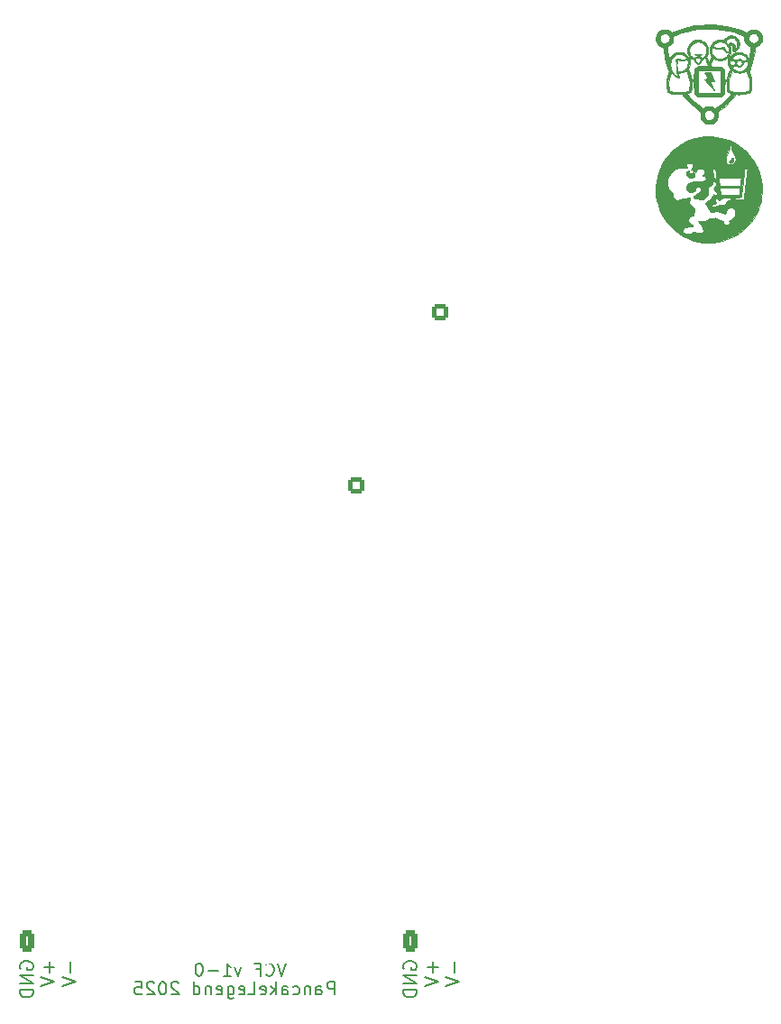
<source format=gbr>
%TF.GenerationSoftware,KiCad,Pcbnew,9.0.2*%
%TF.CreationDate,2025-06-20T23:13:18+10:00*%
%TF.ProjectId,VCF,5643462e-6b69-4636-9164-5f7063625858,1-0*%
%TF.SameCoordinates,Original*%
%TF.FileFunction,Legend,Bot*%
%TF.FilePolarity,Positive*%
%FSLAX46Y46*%
G04 Gerber Fmt 4.6, Leading zero omitted, Abs format (unit mm)*
G04 Created by KiCad (PCBNEW 9.0.2) date 2025-06-20 23:13:18*
%MOMM*%
%LPD*%
G01*
G04 APERTURE LIST*
G04 Aperture macros list*
%AMRoundRect*
0 Rectangle with rounded corners*
0 $1 Rounding radius*
0 $2 $3 $4 $5 $6 $7 $8 $9 X,Y pos of 4 corners*
0 Add a 4 corners polygon primitive as box body*
4,1,4,$2,$3,$4,$5,$6,$7,$8,$9,$2,$3,0*
0 Add four circle primitives for the rounded corners*
1,1,$1+$1,$2,$3*
1,1,$1+$1,$4,$5*
1,1,$1+$1,$6,$7*
1,1,$1+$1,$8,$9*
0 Add four rect primitives between the rounded corners*
20,1,$1+$1,$2,$3,$4,$5,0*
20,1,$1+$1,$4,$5,$6,$7,0*
20,1,$1+$1,$6,$7,$8,$9,0*
20,1,$1+$1,$8,$9,$2,$3,0*%
G04 Aperture macros list end*
%ADD10C,0.150000*%
%ADD11C,0.200000*%
%ADD12C,0.010000*%
%ADD13R,2.400000X1.600000*%
%ADD14O,2.400000X1.600000*%
%ADD15C,1.600000*%
%ADD16O,1.600000X1.600000*%
%ADD17C,4.000000*%
%ADD18O,1.600000X2.400000*%
%ADD19RoundRect,0.250000X-0.550000X-0.550000X0.550000X-0.550000X0.550000X0.550000X-0.550000X0.550000X0*%
%ADD20RoundRect,0.250000X0.550000X0.550000X-0.550000X0.550000X-0.550000X-0.550000X0.550000X-0.550000X0*%
%ADD21O,3.600000X1.800000*%
%ADD22R,2.000000X2.000000*%
%ADD23C,2.200000*%
%ADD24RoundRect,0.291666X-0.408334X-0.708334X0.408334X-0.708334X0.408334X0.708334X-0.408334X0.708334X0*%
%ADD25O,1.400000X2.000000*%
%ADD26O,1.350000X1.900000*%
%ADD27R,1.350000X1.900000*%
%ADD28C,1.440000*%
G04 APERTURE END LIST*
D10*
X154314285Y-145597342D02*
X153914285Y-146797342D01*
X153914285Y-146797342D02*
X153514285Y-145597342D01*
X152428571Y-146683057D02*
X152485714Y-146740200D01*
X152485714Y-146740200D02*
X152657142Y-146797342D01*
X152657142Y-146797342D02*
X152771428Y-146797342D01*
X152771428Y-146797342D02*
X152942857Y-146740200D01*
X152942857Y-146740200D02*
X153057142Y-146625914D01*
X153057142Y-146625914D02*
X153114285Y-146511628D01*
X153114285Y-146511628D02*
X153171428Y-146283057D01*
X153171428Y-146283057D02*
X153171428Y-146111628D01*
X153171428Y-146111628D02*
X153114285Y-145883057D01*
X153114285Y-145883057D02*
X153057142Y-145768771D01*
X153057142Y-145768771D02*
X152942857Y-145654485D01*
X152942857Y-145654485D02*
X152771428Y-145597342D01*
X152771428Y-145597342D02*
X152657142Y-145597342D01*
X152657142Y-145597342D02*
X152485714Y-145654485D01*
X152485714Y-145654485D02*
X152428571Y-145711628D01*
X151514285Y-146168771D02*
X151914285Y-146168771D01*
X151914285Y-146797342D02*
X151914285Y-145597342D01*
X151914285Y-145597342D02*
X151342857Y-145597342D01*
X150085714Y-145997342D02*
X149800000Y-146797342D01*
X149800000Y-146797342D02*
X149514285Y-145997342D01*
X148428571Y-146797342D02*
X149114285Y-146797342D01*
X148771428Y-146797342D02*
X148771428Y-145597342D01*
X148771428Y-145597342D02*
X148885714Y-145768771D01*
X148885714Y-145768771D02*
X148999999Y-145883057D01*
X148999999Y-145883057D02*
X149114285Y-145940200D01*
X147914285Y-146340200D02*
X147000000Y-146340200D01*
X146200000Y-145597342D02*
X146085714Y-145597342D01*
X146085714Y-145597342D02*
X145971428Y-145654485D01*
X145971428Y-145654485D02*
X145914286Y-145711628D01*
X145914286Y-145711628D02*
X145857143Y-145825914D01*
X145857143Y-145825914D02*
X145800000Y-146054485D01*
X145800000Y-146054485D02*
X145800000Y-146340200D01*
X145800000Y-146340200D02*
X145857143Y-146568771D01*
X145857143Y-146568771D02*
X145914286Y-146683057D01*
X145914286Y-146683057D02*
X145971428Y-146740200D01*
X145971428Y-146740200D02*
X146085714Y-146797342D01*
X146085714Y-146797342D02*
X146200000Y-146797342D01*
X146200000Y-146797342D02*
X146314286Y-146740200D01*
X146314286Y-146740200D02*
X146371428Y-146683057D01*
X146371428Y-146683057D02*
X146428571Y-146568771D01*
X146428571Y-146568771D02*
X146485714Y-146340200D01*
X146485714Y-146340200D02*
X146485714Y-146054485D01*
X146485714Y-146054485D02*
X146428571Y-145825914D01*
X146428571Y-145825914D02*
X146371428Y-145711628D01*
X146371428Y-145711628D02*
X146314286Y-145654485D01*
X146314286Y-145654485D02*
X146200000Y-145597342D01*
X158842855Y-148547341D02*
X158842855Y-147347341D01*
X158842855Y-147347341D02*
X158385712Y-147347341D01*
X158385712Y-147347341D02*
X158271427Y-147404484D01*
X158271427Y-147404484D02*
X158214284Y-147461627D01*
X158214284Y-147461627D02*
X158157141Y-147575913D01*
X158157141Y-147575913D02*
X158157141Y-147747341D01*
X158157141Y-147747341D02*
X158214284Y-147861627D01*
X158214284Y-147861627D02*
X158271427Y-147918770D01*
X158271427Y-147918770D02*
X158385712Y-147975913D01*
X158385712Y-147975913D02*
X158842855Y-147975913D01*
X157128570Y-148547341D02*
X157128570Y-147918770D01*
X157128570Y-147918770D02*
X157185712Y-147804484D01*
X157185712Y-147804484D02*
X157299998Y-147747341D01*
X157299998Y-147747341D02*
X157528570Y-147747341D01*
X157528570Y-147747341D02*
X157642855Y-147804484D01*
X157128570Y-148490199D02*
X157242855Y-148547341D01*
X157242855Y-148547341D02*
X157528570Y-148547341D01*
X157528570Y-148547341D02*
X157642855Y-148490199D01*
X157642855Y-148490199D02*
X157699998Y-148375913D01*
X157699998Y-148375913D02*
X157699998Y-148261627D01*
X157699998Y-148261627D02*
X157642855Y-148147341D01*
X157642855Y-148147341D02*
X157528570Y-148090199D01*
X157528570Y-148090199D02*
X157242855Y-148090199D01*
X157242855Y-148090199D02*
X157128570Y-148033056D01*
X156557141Y-147747341D02*
X156557141Y-148547341D01*
X156557141Y-147861627D02*
X156499998Y-147804484D01*
X156499998Y-147804484D02*
X156385713Y-147747341D01*
X156385713Y-147747341D02*
X156214284Y-147747341D01*
X156214284Y-147747341D02*
X156099998Y-147804484D01*
X156099998Y-147804484D02*
X156042856Y-147918770D01*
X156042856Y-147918770D02*
X156042856Y-148547341D01*
X154957142Y-148490199D02*
X155071427Y-148547341D01*
X155071427Y-148547341D02*
X155299999Y-148547341D01*
X155299999Y-148547341D02*
X155414284Y-148490199D01*
X155414284Y-148490199D02*
X155471427Y-148433056D01*
X155471427Y-148433056D02*
X155528570Y-148318770D01*
X155528570Y-148318770D02*
X155528570Y-147975913D01*
X155528570Y-147975913D02*
X155471427Y-147861627D01*
X155471427Y-147861627D02*
X155414284Y-147804484D01*
X155414284Y-147804484D02*
X155299999Y-147747341D01*
X155299999Y-147747341D02*
X155071427Y-147747341D01*
X155071427Y-147747341D02*
X154957142Y-147804484D01*
X153928571Y-148547341D02*
X153928571Y-147918770D01*
X153928571Y-147918770D02*
X153985713Y-147804484D01*
X153985713Y-147804484D02*
X154099999Y-147747341D01*
X154099999Y-147747341D02*
X154328571Y-147747341D01*
X154328571Y-147747341D02*
X154442856Y-147804484D01*
X153928571Y-148490199D02*
X154042856Y-148547341D01*
X154042856Y-148547341D02*
X154328571Y-148547341D01*
X154328571Y-148547341D02*
X154442856Y-148490199D01*
X154442856Y-148490199D02*
X154499999Y-148375913D01*
X154499999Y-148375913D02*
X154499999Y-148261627D01*
X154499999Y-148261627D02*
X154442856Y-148147341D01*
X154442856Y-148147341D02*
X154328571Y-148090199D01*
X154328571Y-148090199D02*
X154042856Y-148090199D01*
X154042856Y-148090199D02*
X153928571Y-148033056D01*
X153357142Y-148547341D02*
X153357142Y-147347341D01*
X153242857Y-148090199D02*
X152899999Y-148547341D01*
X152899999Y-147747341D02*
X153357142Y-148204484D01*
X151928570Y-148490199D02*
X152042856Y-148547341D01*
X152042856Y-148547341D02*
X152271428Y-148547341D01*
X152271428Y-148547341D02*
X152385713Y-148490199D01*
X152385713Y-148490199D02*
X152442856Y-148375913D01*
X152442856Y-148375913D02*
X152442856Y-147918770D01*
X152442856Y-147918770D02*
X152385713Y-147804484D01*
X152385713Y-147804484D02*
X152271428Y-147747341D01*
X152271428Y-147747341D02*
X152042856Y-147747341D01*
X152042856Y-147747341D02*
X151928570Y-147804484D01*
X151928570Y-147804484D02*
X151871428Y-147918770D01*
X151871428Y-147918770D02*
X151871428Y-148033056D01*
X151871428Y-148033056D02*
X152442856Y-148147341D01*
X150785714Y-148547341D02*
X151357142Y-148547341D01*
X151357142Y-148547341D02*
X151357142Y-147347341D01*
X149928570Y-148490199D02*
X150042856Y-148547341D01*
X150042856Y-148547341D02*
X150271428Y-148547341D01*
X150271428Y-148547341D02*
X150385713Y-148490199D01*
X150385713Y-148490199D02*
X150442856Y-148375913D01*
X150442856Y-148375913D02*
X150442856Y-147918770D01*
X150442856Y-147918770D02*
X150385713Y-147804484D01*
X150385713Y-147804484D02*
X150271428Y-147747341D01*
X150271428Y-147747341D02*
X150042856Y-147747341D01*
X150042856Y-147747341D02*
X149928570Y-147804484D01*
X149928570Y-147804484D02*
X149871428Y-147918770D01*
X149871428Y-147918770D02*
X149871428Y-148033056D01*
X149871428Y-148033056D02*
X150442856Y-148147341D01*
X148842857Y-147747341D02*
X148842857Y-148718770D01*
X148842857Y-148718770D02*
X148899999Y-148833056D01*
X148899999Y-148833056D02*
X148957142Y-148890199D01*
X148957142Y-148890199D02*
X149071428Y-148947341D01*
X149071428Y-148947341D02*
X149242857Y-148947341D01*
X149242857Y-148947341D02*
X149357142Y-148890199D01*
X148842857Y-148490199D02*
X148957142Y-148547341D01*
X148957142Y-148547341D02*
X149185714Y-148547341D01*
X149185714Y-148547341D02*
X149299999Y-148490199D01*
X149299999Y-148490199D02*
X149357142Y-148433056D01*
X149357142Y-148433056D02*
X149414285Y-148318770D01*
X149414285Y-148318770D02*
X149414285Y-147975913D01*
X149414285Y-147975913D02*
X149357142Y-147861627D01*
X149357142Y-147861627D02*
X149299999Y-147804484D01*
X149299999Y-147804484D02*
X149185714Y-147747341D01*
X149185714Y-147747341D02*
X148957142Y-147747341D01*
X148957142Y-147747341D02*
X148842857Y-147804484D01*
X147814285Y-148490199D02*
X147928571Y-148547341D01*
X147928571Y-148547341D02*
X148157143Y-148547341D01*
X148157143Y-148547341D02*
X148271428Y-148490199D01*
X148271428Y-148490199D02*
X148328571Y-148375913D01*
X148328571Y-148375913D02*
X148328571Y-147918770D01*
X148328571Y-147918770D02*
X148271428Y-147804484D01*
X148271428Y-147804484D02*
X148157143Y-147747341D01*
X148157143Y-147747341D02*
X147928571Y-147747341D01*
X147928571Y-147747341D02*
X147814285Y-147804484D01*
X147814285Y-147804484D02*
X147757143Y-147918770D01*
X147757143Y-147918770D02*
X147757143Y-148033056D01*
X147757143Y-148033056D02*
X148328571Y-148147341D01*
X147242857Y-147747341D02*
X147242857Y-148547341D01*
X147242857Y-147861627D02*
X147185714Y-147804484D01*
X147185714Y-147804484D02*
X147071429Y-147747341D01*
X147071429Y-147747341D02*
X146900000Y-147747341D01*
X146900000Y-147747341D02*
X146785714Y-147804484D01*
X146785714Y-147804484D02*
X146728572Y-147918770D01*
X146728572Y-147918770D02*
X146728572Y-148547341D01*
X145642858Y-148547341D02*
X145642858Y-147347341D01*
X145642858Y-148490199D02*
X145757143Y-148547341D01*
X145757143Y-148547341D02*
X145985715Y-148547341D01*
X145985715Y-148547341D02*
X146100000Y-148490199D01*
X146100000Y-148490199D02*
X146157143Y-148433056D01*
X146157143Y-148433056D02*
X146214286Y-148318770D01*
X146214286Y-148318770D02*
X146214286Y-147975913D01*
X146214286Y-147975913D02*
X146157143Y-147861627D01*
X146157143Y-147861627D02*
X146100000Y-147804484D01*
X146100000Y-147804484D02*
X145985715Y-147747341D01*
X145985715Y-147747341D02*
X145757143Y-147747341D01*
X145757143Y-147747341D02*
X145642858Y-147804484D01*
X144214286Y-147461627D02*
X144157143Y-147404484D01*
X144157143Y-147404484D02*
X144042858Y-147347341D01*
X144042858Y-147347341D02*
X143757143Y-147347341D01*
X143757143Y-147347341D02*
X143642858Y-147404484D01*
X143642858Y-147404484D02*
X143585715Y-147461627D01*
X143585715Y-147461627D02*
X143528572Y-147575913D01*
X143528572Y-147575913D02*
X143528572Y-147690199D01*
X143528572Y-147690199D02*
X143585715Y-147861627D01*
X143585715Y-147861627D02*
X144271429Y-148547341D01*
X144271429Y-148547341D02*
X143528572Y-148547341D01*
X142785715Y-147347341D02*
X142671429Y-147347341D01*
X142671429Y-147347341D02*
X142557143Y-147404484D01*
X142557143Y-147404484D02*
X142500001Y-147461627D01*
X142500001Y-147461627D02*
X142442858Y-147575913D01*
X142442858Y-147575913D02*
X142385715Y-147804484D01*
X142385715Y-147804484D02*
X142385715Y-148090199D01*
X142385715Y-148090199D02*
X142442858Y-148318770D01*
X142442858Y-148318770D02*
X142500001Y-148433056D01*
X142500001Y-148433056D02*
X142557143Y-148490199D01*
X142557143Y-148490199D02*
X142671429Y-148547341D01*
X142671429Y-148547341D02*
X142785715Y-148547341D01*
X142785715Y-148547341D02*
X142900001Y-148490199D01*
X142900001Y-148490199D02*
X142957143Y-148433056D01*
X142957143Y-148433056D02*
X143014286Y-148318770D01*
X143014286Y-148318770D02*
X143071429Y-148090199D01*
X143071429Y-148090199D02*
X143071429Y-147804484D01*
X143071429Y-147804484D02*
X143014286Y-147575913D01*
X143014286Y-147575913D02*
X142957143Y-147461627D01*
X142957143Y-147461627D02*
X142900001Y-147404484D01*
X142900001Y-147404484D02*
X142785715Y-147347341D01*
X141928572Y-147461627D02*
X141871429Y-147404484D01*
X141871429Y-147404484D02*
X141757144Y-147347341D01*
X141757144Y-147347341D02*
X141471429Y-147347341D01*
X141471429Y-147347341D02*
X141357144Y-147404484D01*
X141357144Y-147404484D02*
X141300001Y-147461627D01*
X141300001Y-147461627D02*
X141242858Y-147575913D01*
X141242858Y-147575913D02*
X141242858Y-147690199D01*
X141242858Y-147690199D02*
X141300001Y-147861627D01*
X141300001Y-147861627D02*
X141985715Y-148547341D01*
X141985715Y-148547341D02*
X141242858Y-148547341D01*
X140157144Y-147347341D02*
X140728572Y-147347341D01*
X140728572Y-147347341D02*
X140785715Y-147918770D01*
X140785715Y-147918770D02*
X140728572Y-147861627D01*
X140728572Y-147861627D02*
X140614287Y-147804484D01*
X140614287Y-147804484D02*
X140328572Y-147804484D01*
X140328572Y-147804484D02*
X140214287Y-147861627D01*
X140214287Y-147861627D02*
X140157144Y-147918770D01*
X140157144Y-147918770D02*
X140100001Y-148033056D01*
X140100001Y-148033056D02*
X140100001Y-148318770D01*
X140100001Y-148318770D02*
X140157144Y-148433056D01*
X140157144Y-148433056D02*
X140214287Y-148490199D01*
X140214287Y-148490199D02*
X140328572Y-148547341D01*
X140328572Y-148547341D02*
X140614287Y-148547341D01*
X140614287Y-148547341D02*
X140728572Y-148490199D01*
X140728572Y-148490199D02*
X140785715Y-148433056D01*
D11*
X132093316Y-145483958D02*
X132093316Y-146451578D01*
X132577126Y-145967768D02*
X131609507Y-145967768D01*
X131307126Y-146874911D02*
X132577126Y-147298244D01*
X132577126Y-147298244D02*
X131307126Y-147721578D01*
X129367602Y-146149197D02*
X129307126Y-146028244D01*
X129307126Y-146028244D02*
X129307126Y-145846816D01*
X129307126Y-145846816D02*
X129367602Y-145665387D01*
X129367602Y-145665387D02*
X129488554Y-145544435D01*
X129488554Y-145544435D02*
X129609507Y-145483958D01*
X129609507Y-145483958D02*
X129851411Y-145423482D01*
X129851411Y-145423482D02*
X130032840Y-145423482D01*
X130032840Y-145423482D02*
X130274745Y-145483958D01*
X130274745Y-145483958D02*
X130395697Y-145544435D01*
X130395697Y-145544435D02*
X130516650Y-145665387D01*
X130516650Y-145665387D02*
X130577126Y-145846816D01*
X130577126Y-145846816D02*
X130577126Y-145967768D01*
X130577126Y-145967768D02*
X130516650Y-146149197D01*
X130516650Y-146149197D02*
X130456173Y-146209673D01*
X130456173Y-146209673D02*
X130032840Y-146209673D01*
X130032840Y-146209673D02*
X130032840Y-145967768D01*
X130577126Y-146753958D02*
X129307126Y-146753958D01*
X129307126Y-146753958D02*
X130577126Y-147479673D01*
X130577126Y-147479673D02*
X129307126Y-147479673D01*
X130577126Y-148084434D02*
X129307126Y-148084434D01*
X129307126Y-148084434D02*
X129307126Y-148386815D01*
X129307126Y-148386815D02*
X129367602Y-148568244D01*
X129367602Y-148568244D02*
X129488554Y-148689196D01*
X129488554Y-148689196D02*
X129609507Y-148749673D01*
X129609507Y-148749673D02*
X129851411Y-148810149D01*
X129851411Y-148810149D02*
X130032840Y-148810149D01*
X130032840Y-148810149D02*
X130274745Y-148749673D01*
X130274745Y-148749673D02*
X130395697Y-148689196D01*
X130395697Y-148689196D02*
X130516650Y-148568244D01*
X130516650Y-148568244D02*
X130577126Y-148386815D01*
X130577126Y-148386815D02*
X130577126Y-148084434D01*
X134093316Y-145483958D02*
X134093316Y-146451578D01*
X133307126Y-146874911D02*
X134577126Y-147298244D01*
X134577126Y-147298244D02*
X133307126Y-147721578D01*
X168093316Y-145483958D02*
X168093316Y-146451578D01*
X168577126Y-145967768D02*
X167609507Y-145967768D01*
X167307126Y-146874911D02*
X168577126Y-147298244D01*
X168577126Y-147298244D02*
X167307126Y-147721578D01*
X165367602Y-146149197D02*
X165307126Y-146028244D01*
X165307126Y-146028244D02*
X165307126Y-145846816D01*
X165307126Y-145846816D02*
X165367602Y-145665387D01*
X165367602Y-145665387D02*
X165488554Y-145544435D01*
X165488554Y-145544435D02*
X165609507Y-145483958D01*
X165609507Y-145483958D02*
X165851411Y-145423482D01*
X165851411Y-145423482D02*
X166032840Y-145423482D01*
X166032840Y-145423482D02*
X166274745Y-145483958D01*
X166274745Y-145483958D02*
X166395697Y-145544435D01*
X166395697Y-145544435D02*
X166516650Y-145665387D01*
X166516650Y-145665387D02*
X166577126Y-145846816D01*
X166577126Y-145846816D02*
X166577126Y-145967768D01*
X166577126Y-145967768D02*
X166516650Y-146149197D01*
X166516650Y-146149197D02*
X166456173Y-146209673D01*
X166456173Y-146209673D02*
X166032840Y-146209673D01*
X166032840Y-146209673D02*
X166032840Y-145967768D01*
X166577126Y-146753958D02*
X165307126Y-146753958D01*
X165307126Y-146753958D02*
X166577126Y-147479673D01*
X166577126Y-147479673D02*
X165307126Y-147479673D01*
X166577126Y-148084434D02*
X165307126Y-148084434D01*
X165307126Y-148084434D02*
X165307126Y-148386815D01*
X165307126Y-148386815D02*
X165367602Y-148568244D01*
X165367602Y-148568244D02*
X165488554Y-148689196D01*
X165488554Y-148689196D02*
X165609507Y-148749673D01*
X165609507Y-148749673D02*
X165851411Y-148810149D01*
X165851411Y-148810149D02*
X166032840Y-148810149D01*
X166032840Y-148810149D02*
X166274745Y-148749673D01*
X166274745Y-148749673D02*
X166395697Y-148689196D01*
X166395697Y-148689196D02*
X166516650Y-148568244D01*
X166516650Y-148568244D02*
X166577126Y-148386815D01*
X166577126Y-148386815D02*
X166577126Y-148084434D01*
X170093316Y-145483958D02*
X170093316Y-146451578D01*
X169307126Y-146874911D02*
X170577126Y-147298244D01*
X170577126Y-147298244D02*
X169307126Y-147721578D01*
D12*
%TO.C,Ref\u002A\u002A*%
X198254634Y-70396087D02*
X198463316Y-70776199D01*
X198568416Y-71000053D01*
X198578802Y-71026208D01*
X198721359Y-71385234D01*
X198837292Y-71770354D01*
X198917953Y-72162877D01*
X198965076Y-72570270D01*
X198980397Y-73000000D01*
X198976097Y-73231247D01*
X198943676Y-73651213D01*
X198878099Y-74052793D01*
X198777721Y-74443071D01*
X198640901Y-74829127D01*
X198492550Y-75159000D01*
X198465996Y-75218046D01*
X198381678Y-75380766D01*
X198147772Y-75769419D01*
X197882166Y-76131717D01*
X197586934Y-76466251D01*
X197264152Y-76771612D01*
X196915897Y-77046390D01*
X196544244Y-77289175D01*
X196151269Y-77498558D01*
X195739047Y-77673130D01*
X195309655Y-77811480D01*
X194865168Y-77912200D01*
X194407662Y-77973879D01*
X194389016Y-77975418D01*
X194282290Y-77981126D01*
X194151386Y-77984455D01*
X194011163Y-77985152D01*
X193876480Y-77982962D01*
X193814857Y-77980858D01*
X193388191Y-77948276D01*
X192982349Y-77883579D01*
X192589279Y-77784798D01*
X192200930Y-77649962D01*
X191809250Y-77477100D01*
X191488275Y-77306969D01*
X191107153Y-77063387D01*
X190753180Y-76787569D01*
X190425739Y-76478977D01*
X190124216Y-76137071D01*
X189847994Y-75761313D01*
X189781584Y-75659675D01*
X189559342Y-75271670D01*
X189374992Y-74868401D01*
X189228533Y-74452713D01*
X189119966Y-74027451D01*
X189049291Y-73595459D01*
X189016508Y-73159583D01*
X189021616Y-72722669D01*
X189064616Y-72287560D01*
X189079282Y-72209517D01*
X190110909Y-72209517D01*
X190111232Y-72340150D01*
X190119204Y-72479502D01*
X190134197Y-72614068D01*
X190155584Y-72730342D01*
X190157506Y-72738264D01*
X190184768Y-72823841D01*
X190225130Y-72904146D01*
X190283884Y-72986712D01*
X190366323Y-73079069D01*
X190477739Y-73188747D01*
X190652192Y-73353881D01*
X190640419Y-73483722D01*
X190638234Y-73515985D01*
X190649509Y-73654948D01*
X190697211Y-73773861D01*
X190782405Y-73875662D01*
X190870887Y-73938834D01*
X190995717Y-73984331D01*
X191131190Y-73991343D01*
X191273206Y-73959781D01*
X191417667Y-73889556D01*
X191443784Y-73874026D01*
X191493072Y-73850711D01*
X191548190Y-73835628D01*
X191621304Y-73825980D01*
X191724583Y-73818967D01*
X191771310Y-73815977D01*
X191878727Y-73806202D01*
X191977131Y-73793735D01*
X192049871Y-73780542D01*
X192099641Y-73769365D01*
X192145354Y-73763663D01*
X192172024Y-73771233D01*
X192192477Y-73793216D01*
X192216550Y-73841087D01*
X192234563Y-73902692D01*
X192237721Y-73951630D01*
X192222154Y-74000122D01*
X192181916Y-74061935D01*
X192158238Y-74096062D01*
X192127995Y-74147553D01*
X192116167Y-74179971D01*
X192118646Y-74202492D01*
X192141894Y-74255967D01*
X192192240Y-74319416D01*
X192272897Y-74396528D01*
X192387077Y-74490990D01*
X192598321Y-74657997D01*
X192624113Y-74817884D01*
X192625563Y-74826775D01*
X192640619Y-74910383D01*
X192655662Y-74981094D01*
X192667639Y-75024412D01*
X192674576Y-75058323D01*
X192654836Y-75096397D01*
X192637433Y-75119471D01*
X192610872Y-75177564D01*
X192586102Y-75252308D01*
X192567806Y-75328966D01*
X192560667Y-75392798D01*
X192560391Y-75405613D01*
X192552258Y-75435654D01*
X192524396Y-75451901D01*
X192465548Y-75462617D01*
X192431406Y-75469149D01*
X192346861Y-75494501D01*
X192266552Y-75528292D01*
X192194558Y-75571970D01*
X192107089Y-75656501D01*
X192056007Y-75753351D01*
X192040868Y-75857528D01*
X192061226Y-75964042D01*
X192116635Y-76067904D01*
X192206649Y-76164122D01*
X192330822Y-76247708D01*
X192383136Y-76275759D01*
X192428858Y-76300322D01*
X192447821Y-76310578D01*
X192459410Y-76332747D01*
X192466465Y-76373109D01*
X192466755Y-76411749D01*
X192458506Y-76429000D01*
X192426431Y-76435884D01*
X192376836Y-76453477D01*
X192329439Y-76465725D01*
X192253719Y-76476062D01*
X192169083Y-76481262D01*
X192043153Y-76492266D01*
X191889166Y-76530045D01*
X191755309Y-76591307D01*
X191648216Y-76672816D01*
X191574519Y-76771336D01*
X191569650Y-76781493D01*
X191554080Y-76864053D01*
X191574406Y-76948343D01*
X191626003Y-77026988D01*
X191704244Y-77092617D01*
X191804501Y-77137855D01*
X191808224Y-77138931D01*
X191885952Y-77154394D01*
X191984318Y-77165120D01*
X192082967Y-77168843D01*
X192180650Y-77164499D01*
X192317299Y-77139421D01*
X192441978Y-77087375D01*
X192570364Y-77003026D01*
X192629646Y-76959689D01*
X192665750Y-76938797D01*
X192684462Y-76938977D01*
X192693583Y-76957337D01*
X192696897Y-76966703D01*
X192736203Y-77009181D01*
X192807327Y-77043434D01*
X192901896Y-77067815D01*
X193011536Y-77080679D01*
X193127876Y-77080378D01*
X193242542Y-77065268D01*
X193306124Y-77047147D01*
X193394537Y-76998290D01*
X193450986Y-76931131D01*
X193470833Y-76850041D01*
X193463915Y-76786981D01*
X193432807Y-76676335D01*
X193379577Y-76545237D01*
X193307398Y-76400475D01*
X193219446Y-76248841D01*
X193118893Y-76097124D01*
X193110143Y-76084729D01*
X193067597Y-76023490D01*
X193037658Y-75978778D01*
X193026346Y-75959540D01*
X193032270Y-75958246D01*
X193071979Y-75956070D01*
X193142864Y-75954327D01*
X193237669Y-75953170D01*
X193349137Y-75952750D01*
X193387436Y-75952727D01*
X193502858Y-75951967D01*
X193587135Y-75949309D01*
X193649045Y-75943652D01*
X193697363Y-75933897D01*
X193740867Y-75918942D01*
X193788333Y-75897687D01*
X193838876Y-75871473D01*
X193908673Y-75828303D01*
X193957667Y-75789621D01*
X193990037Y-75762610D01*
X194030693Y-75744441D01*
X194090047Y-75733103D01*
X194179917Y-75725170D01*
X194282367Y-75713385D01*
X194391850Y-75692968D01*
X194482948Y-75668496D01*
X194616645Y-75623269D01*
X194684031Y-75680154D01*
X194756914Y-75731938D01*
X194879118Y-75796250D01*
X195020905Y-75852262D01*
X195169458Y-75894321D01*
X195234662Y-75909334D01*
X195290624Y-75925167D01*
X195320103Y-75941238D01*
X195331579Y-75962747D01*
X195333533Y-75994891D01*
X195340667Y-76058275D01*
X195381604Y-76154526D01*
X195452562Y-76231843D01*
X195546286Y-76283307D01*
X195655522Y-76302000D01*
X195700198Y-76300733D01*
X195778228Y-76286960D01*
X195846186Y-76252249D01*
X195920875Y-76189474D01*
X195932462Y-76178060D01*
X195979327Y-76111290D01*
X195984281Y-76050321D01*
X195947333Y-75995083D01*
X195918988Y-75966155D01*
X195905050Y-75944178D01*
X195918815Y-75931094D01*
X195961164Y-75904141D01*
X196022125Y-75870436D01*
X196121281Y-75808180D01*
X196243113Y-75704583D01*
X196348995Y-75585182D01*
X196426294Y-75462718D01*
X196428050Y-75459132D01*
X196458804Y-75389790D01*
X196476636Y-75327632D01*
X196484818Y-75256192D01*
X196486619Y-75159000D01*
X196478089Y-75022419D01*
X196450249Y-74913789D01*
X196398803Y-74823241D01*
X196319450Y-74739998D01*
X196231524Y-74682038D01*
X196127722Y-74657597D01*
X196010405Y-74672282D01*
X196002789Y-74674498D01*
X195917667Y-74716987D01*
X195825428Y-74789749D01*
X195734043Y-74884607D01*
X195651486Y-74993382D01*
X195585729Y-75107897D01*
X195514528Y-75257143D01*
X195238806Y-75176583D01*
X195219760Y-75170982D01*
X195113904Y-75138544D01*
X195020090Y-75107737D01*
X194947897Y-75081810D01*
X194906901Y-75064012D01*
X194841013Y-75041263D01*
X194729851Y-75034077D01*
X194584506Y-75048653D01*
X194406110Y-75084944D01*
X194336066Y-75101713D01*
X194255697Y-75120382D01*
X194197864Y-75133121D01*
X194171851Y-75137833D01*
X194162290Y-75128148D01*
X194142704Y-75087785D01*
X194120733Y-75026708D01*
X194098785Y-74966440D01*
X194029573Y-74824824D01*
X193927848Y-74659813D01*
X193792981Y-74470340D01*
X193754651Y-74418485D01*
X194213613Y-74418485D01*
X194279304Y-74524159D01*
X194310236Y-74570005D01*
X194345455Y-74612502D01*
X194368289Y-74628301D01*
X194402110Y-74623714D01*
X194479340Y-74606676D01*
X194573551Y-74581224D01*
X194670913Y-74551437D01*
X194757597Y-74521393D01*
X194819772Y-74495170D01*
X194852945Y-74479075D01*
X194901173Y-74461025D01*
X194952328Y-74452199D01*
X195019483Y-74450829D01*
X195115714Y-74455147D01*
X195189567Y-74458837D01*
X195262796Y-74459216D01*
X195317643Y-74452443D01*
X195367798Y-74436506D01*
X195426951Y-74409391D01*
X195456674Y-74394079D01*
X195554563Y-74327259D01*
X195633560Y-74239984D01*
X195704167Y-74121340D01*
X195754988Y-74021049D01*
X195893435Y-74012233D01*
X195923030Y-74010070D01*
X196006576Y-73998083D01*
X196054366Y-73977121D01*
X196071376Y-73943715D01*
X196062583Y-73894400D01*
X196054437Y-73876000D01*
X196002126Y-73818806D01*
X195918114Y-73773850D01*
X195810048Y-73744390D01*
X195685574Y-73733686D01*
X195518033Y-73747252D01*
X195341857Y-73794909D01*
X195166388Y-73879016D01*
X194985817Y-74001800D01*
X194966554Y-74001285D01*
X194922118Y-73974357D01*
X194860898Y-73921207D01*
X194829906Y-73892184D01*
X194777358Y-73850136D01*
X194735212Y-73831348D01*
X194691947Y-73829573D01*
X194650226Y-73838673D01*
X194615583Y-73864494D01*
X194598600Y-73910882D01*
X194598754Y-73982539D01*
X194615520Y-74084163D01*
X194648375Y-74220455D01*
X194649205Y-74223799D01*
X194648390Y-74253911D01*
X194623769Y-74278831D01*
X194567036Y-74307446D01*
X194484617Y-74341312D01*
X194270848Y-74405841D01*
X194213613Y-74418485D01*
X193754651Y-74418485D01*
X193748118Y-74409646D01*
X193702625Y-74345663D01*
X193673053Y-74301000D01*
X193664306Y-74282805D01*
X193675939Y-74274619D01*
X193714642Y-74248135D01*
X193769529Y-74210929D01*
X193881331Y-74123302D01*
X194013593Y-73993473D01*
X194147132Y-73837369D01*
X194232849Y-73720683D01*
X196324326Y-73720683D01*
X196400413Y-73804903D01*
X196428782Y-73838601D01*
X196463105Y-73888082D01*
X196476500Y-73920811D01*
X196477045Y-73924970D01*
X196486541Y-73935119D01*
X196511939Y-73942488D01*
X196523361Y-73943715D01*
X196558526Y-73947493D01*
X196631586Y-73950553D01*
X196736403Y-73952082D01*
X196878264Y-73952500D01*
X196953506Y-73952482D01*
X197073883Y-73952091D01*
X197160576Y-73950672D01*
X197219337Y-73947560D01*
X197255916Y-73942089D01*
X197276065Y-73933595D01*
X197285535Y-73921412D01*
X197290078Y-73904875D01*
X197293057Y-73883637D01*
X197300493Y-73823660D01*
X197311755Y-73729700D01*
X197326358Y-73605982D01*
X197343820Y-73456730D01*
X197363655Y-73286168D01*
X197385381Y-73098519D01*
X197408514Y-72898009D01*
X197432570Y-72688860D01*
X197457065Y-72475298D01*
X197481516Y-72261546D01*
X197505438Y-72051828D01*
X197528348Y-71850369D01*
X197549763Y-71661392D01*
X197569198Y-71489121D01*
X197586169Y-71337781D01*
X197600194Y-71211596D01*
X197610788Y-71114789D01*
X197617467Y-71051585D01*
X197619749Y-71026208D01*
X197601560Y-71019758D01*
X197554846Y-71014305D01*
X197493690Y-71010582D01*
X197432184Y-71009171D01*
X197384421Y-71010657D01*
X197364493Y-71015625D01*
X197364251Y-71017579D01*
X197360473Y-71050274D01*
X197352444Y-71120486D01*
X197340566Y-71224673D01*
X197325243Y-71359295D01*
X197306877Y-71520811D01*
X197285870Y-71705681D01*
X197263878Y-71899333D01*
X197262626Y-71910362D01*
X197237546Y-72131316D01*
X197211035Y-72365000D01*
X197163018Y-72788333D01*
X197058583Y-73709083D01*
X196691455Y-73714883D01*
X196324326Y-73720683D01*
X194232849Y-73720683D01*
X194275683Y-73662374D01*
X194392984Y-73475873D01*
X194401590Y-73462011D01*
X194419285Y-73448128D01*
X194449141Y-73451729D01*
X194504538Y-73472395D01*
X194573631Y-73494528D01*
X194665648Y-73504425D01*
X194738733Y-73488042D01*
X194786943Y-73447142D01*
X194804333Y-73383489D01*
X194801236Y-73356340D01*
X194775367Y-73305068D01*
X194719120Y-73251709D01*
X194627528Y-73190850D01*
X194605737Y-73176868D01*
X194523561Y-73099300D01*
X194476993Y-73007326D01*
X194468179Y-72907387D01*
X194496549Y-72814792D01*
X195038359Y-72814792D01*
X195039091Y-72823962D01*
X195043769Y-72870477D01*
X195051983Y-72947162D01*
X195062860Y-73045944D01*
X195075526Y-73158750D01*
X195111501Y-73476250D01*
X195984500Y-73481776D01*
X196099109Y-73482444D01*
X196303027Y-73483224D01*
X196469395Y-73483156D01*
X196601418Y-73482164D01*
X196702303Y-73480169D01*
X196775255Y-73477093D01*
X196823480Y-73472860D01*
X196850184Y-73467391D01*
X196858573Y-73460610D01*
X196859393Y-73450319D01*
X196864255Y-73402475D01*
X196872695Y-73324664D01*
X196883839Y-73224881D01*
X196896811Y-73111125D01*
X196933975Y-72788333D01*
X195985571Y-72788333D01*
X195802058Y-72788470D01*
X195598176Y-72789102D01*
X195431297Y-72790325D01*
X195298410Y-72792223D01*
X195196499Y-72794881D01*
X195122552Y-72798383D01*
X195073556Y-72802812D01*
X195046496Y-72808254D01*
X195038359Y-72814792D01*
X194496549Y-72814792D01*
X194499266Y-72805923D01*
X194516829Y-72774748D01*
X194558243Y-72708849D01*
X194605100Y-72640405D01*
X194613291Y-72628812D01*
X194663397Y-72539980D01*
X194677246Y-72464362D01*
X194654583Y-72393811D01*
X194595157Y-72320176D01*
X194585277Y-72310562D01*
X194508432Y-72254511D01*
X194441007Y-72237140D01*
X194387195Y-72257093D01*
X194351189Y-72313016D01*
X194337179Y-72403553D01*
X194334557Y-72465157D01*
X194322585Y-72524351D01*
X194294112Y-72569214D01*
X194241743Y-72610251D01*
X194158082Y-72657969D01*
X194105314Y-72687399D01*
X194040306Y-72731103D01*
X193996654Y-72775497D01*
X193962958Y-72830673D01*
X193927564Y-72933464D01*
X193916331Y-73072797D01*
X193937201Y-73227883D01*
X193941307Y-73246711D01*
X193947184Y-73302262D01*
X193936591Y-73353442D01*
X193906317Y-73420241D01*
X193905611Y-73421632D01*
X193805120Y-73591180D01*
X193694037Y-73726882D01*
X193574892Y-73826618D01*
X193450216Y-73888264D01*
X193322537Y-73909702D01*
X193317484Y-73909683D01*
X193258429Y-73906849D01*
X193172413Y-73900007D01*
X193069312Y-73890238D01*
X192959005Y-73878623D01*
X192851370Y-73866245D01*
X192756284Y-73854184D01*
X192683625Y-73843522D01*
X192643272Y-73835341D01*
X192633775Y-73829680D01*
X192606335Y-73792570D01*
X192582756Y-73735565D01*
X192579411Y-73724266D01*
X192567026Y-73671956D01*
X192570759Y-73643394D01*
X192591722Y-73624841D01*
X192701347Y-73555188D01*
X192849162Y-73450294D01*
X192981323Y-73343685D01*
X193092189Y-73240340D01*
X193176119Y-73145243D01*
X193227474Y-73063374D01*
X193237597Y-73040482D01*
X193254031Y-72992012D01*
X193251915Y-72953678D01*
X193231811Y-72905025D01*
X193179641Y-72829760D01*
X193096704Y-72775260D01*
X192992445Y-72756583D01*
X192966842Y-72757590D01*
X192887225Y-72779619D01*
X192824360Y-72834118D01*
X192771961Y-72925917D01*
X192700034Y-73056142D01*
X192609687Y-73161922D01*
X192508508Y-73232467D01*
X192395766Y-73270984D01*
X192270394Y-73277984D01*
X192153399Y-73248081D01*
X192051450Y-73183107D01*
X191971216Y-73084894D01*
X191956039Y-73055565D01*
X191922274Y-72943429D01*
X191911865Y-72816829D01*
X191925102Y-72691861D01*
X191962271Y-72584621D01*
X192011177Y-72507153D01*
X192080890Y-72432455D01*
X192169199Y-72371004D01*
X192280007Y-72321444D01*
X192417220Y-72282420D01*
X192584742Y-72252574D01*
X192786478Y-72230550D01*
X193026333Y-72214992D01*
X193123798Y-72210027D01*
X193274562Y-72201047D01*
X193391951Y-72191453D01*
X193481773Y-72180209D01*
X193549835Y-72166276D01*
X193601945Y-72148618D01*
X193643910Y-72126198D01*
X193681538Y-72097978D01*
X193706194Y-72073014D01*
X193738818Y-72004265D01*
X193736290Y-71928393D01*
X193701184Y-71852316D01*
X193636076Y-71782949D01*
X193543538Y-71727209D01*
X193452900Y-71687116D01*
X193524590Y-71580585D01*
X193535847Y-71563458D01*
X193592924Y-71452695D01*
X193613448Y-71352691D01*
X193598902Y-71256988D01*
X193598126Y-71254662D01*
X193542380Y-71151692D01*
X193455680Y-71074903D01*
X193342194Y-71026912D01*
X193206087Y-71010333D01*
X194338167Y-71010333D01*
X194349448Y-71089708D01*
X194353681Y-71121734D01*
X194362747Y-71194720D01*
X194374768Y-71294376D01*
X194388689Y-71411921D01*
X194403452Y-71538574D01*
X194415715Y-71643097D01*
X194428570Y-71749103D01*
X194439247Y-71833278D01*
X194446886Y-71888876D01*
X194450630Y-71909154D01*
X194457374Y-71911393D01*
X194493830Y-71924136D01*
X194550333Y-71944163D01*
X194577845Y-71954063D01*
X194641701Y-71977763D01*
X194685793Y-71995105D01*
X194701227Y-72000891D01*
X194718343Y-71996733D01*
X194714129Y-71961022D01*
X194712812Y-71954313D01*
X194705862Y-71907184D01*
X194704854Y-71899333D01*
X194929415Y-71899333D01*
X194940595Y-71968125D01*
X194944032Y-71991612D01*
X194944683Y-71996733D01*
X194952712Y-72059955D01*
X194963176Y-72150008D01*
X194973858Y-72248583D01*
X194979470Y-72301369D01*
X194990433Y-72399685D01*
X195000429Y-72483749D01*
X195007831Y-72539625D01*
X195019721Y-72619000D01*
X196955729Y-72619000D01*
X196982387Y-72359708D01*
X196992774Y-72259660D01*
X197004140Y-72152221D01*
X197013966Y-72061371D01*
X197020887Y-71999875D01*
X197032730Y-71899333D01*
X194929415Y-71899333D01*
X194704854Y-71899333D01*
X194695584Y-71827147D01*
X194682835Y-71721255D01*
X194668469Y-71596562D01*
X194653344Y-71460125D01*
X194604433Y-71010333D01*
X194338167Y-71010333D01*
X193206087Y-71010333D01*
X193187070Y-71010622D01*
X193061479Y-71030654D01*
X192955114Y-71084161D01*
X192864026Y-71173881D01*
X192784264Y-71302550D01*
X192748864Y-71372517D01*
X192649474Y-71296709D01*
X192611263Y-71268900D01*
X192527012Y-71213297D01*
X192449257Y-71168033D01*
X192348431Y-71115165D01*
X192383105Y-71048113D01*
X192390896Y-71032477D01*
X192425731Y-70951175D01*
X192460033Y-70856072D01*
X192489661Y-70760300D01*
X192510475Y-70676990D01*
X192518333Y-70619276D01*
X192515832Y-70577629D01*
X192503135Y-70543777D01*
X192473799Y-70521851D01*
X192421409Y-70509322D01*
X192339551Y-70503659D01*
X192221812Y-70502333D01*
X192100573Y-70503967D01*
X192009934Y-70510587D01*
X191951175Y-70524406D01*
X191919000Y-70547637D01*
X191908112Y-70582490D01*
X191913215Y-70631176D01*
X191920687Y-70676284D01*
X191930841Y-70755709D01*
X191939381Y-70841000D01*
X191951014Y-70978583D01*
X191552049Y-70978583D01*
X191450655Y-70979079D01*
X191278325Y-70983372D01*
X191138835Y-70992912D01*
X191025984Y-71008711D01*
X190933571Y-71031782D01*
X190855395Y-71063136D01*
X190785256Y-71103787D01*
X190752100Y-71128396D01*
X190665465Y-71209286D01*
X190570122Y-71316648D01*
X190471598Y-71442430D01*
X190375422Y-71578582D01*
X190287120Y-71717053D01*
X190212219Y-71849793D01*
X190156248Y-71968749D01*
X190124734Y-72065872D01*
X190118862Y-72101110D01*
X190110909Y-72209517D01*
X189079282Y-72209517D01*
X189145508Y-71857103D01*
X189264292Y-71434142D01*
X189420968Y-71021522D01*
X189615535Y-70622089D01*
X189847994Y-70238687D01*
X189876659Y-70198743D01*
X195576917Y-70198743D01*
X195577159Y-70247745D01*
X195580331Y-70319430D01*
X195589892Y-70368688D01*
X195609208Y-70408723D01*
X195641644Y-70452743D01*
X195658117Y-70471748D01*
X195726589Y-70533635D01*
X195799587Y-70581708D01*
X195868789Y-70608476D01*
X195992204Y-70628457D01*
X196119957Y-70622206D01*
X196234265Y-70589410D01*
X196317706Y-70538485D01*
X196408850Y-70444646D01*
X196474772Y-70329054D01*
X196510196Y-70201612D01*
X196509844Y-70072222D01*
X196509474Y-70070017D01*
X196494125Y-70014945D01*
X196464372Y-69933232D01*
X196424349Y-69835541D01*
X196378187Y-69732535D01*
X196314116Y-69590444D01*
X196226847Y-69374107D01*
X196160266Y-69176897D01*
X196116962Y-69006007D01*
X196101416Y-68929591D01*
X196086333Y-68865312D01*
X196073443Y-68828908D01*
X196059850Y-68812697D01*
X196042658Y-68809000D01*
X196031380Y-68814499D01*
X196009826Y-68854899D01*
X195990395Y-68930708D01*
X195953443Y-69088678D01*
X195888738Y-69299599D01*
X195805648Y-69522714D01*
X195708209Y-69746358D01*
X195687527Y-69790501D01*
X195642143Y-69889377D01*
X195611246Y-69963143D01*
X195592056Y-70021381D01*
X195581791Y-70073673D01*
X195577672Y-70129600D01*
X195576917Y-70198743D01*
X189876659Y-70198743D01*
X190051326Y-69955350D01*
X190344056Y-69606828D01*
X190662011Y-69291803D01*
X191006665Y-69008976D01*
X191379488Y-68757050D01*
X191781954Y-68534728D01*
X191984828Y-68438588D01*
X192370831Y-68283534D01*
X192758536Y-68165690D01*
X193154758Y-68083476D01*
X193566308Y-68035307D01*
X194000000Y-68019603D01*
X194303301Y-68026909D01*
X194703391Y-68062279D01*
X195086360Y-68128752D01*
X195460642Y-68228287D01*
X195834671Y-68362843D01*
X196216881Y-68534378D01*
X196507735Y-68688840D01*
X196865307Y-68916392D01*
X197202559Y-69176864D01*
X197525457Y-69474543D01*
X197744280Y-69706512D01*
X198016397Y-70041527D01*
X198123962Y-70201612D01*
X198254634Y-70396087D01*
G36*
X198254634Y-70396087D02*
G01*
X198463316Y-70776199D01*
X198568416Y-71000053D01*
X198578802Y-71026208D01*
X198721359Y-71385234D01*
X198837292Y-71770354D01*
X198917953Y-72162877D01*
X198965076Y-72570270D01*
X198980397Y-73000000D01*
X198976097Y-73231247D01*
X198943676Y-73651213D01*
X198878099Y-74052793D01*
X198777721Y-74443071D01*
X198640901Y-74829127D01*
X198492550Y-75159000D01*
X198465996Y-75218046D01*
X198381678Y-75380766D01*
X198147772Y-75769419D01*
X197882166Y-76131717D01*
X197586934Y-76466251D01*
X197264152Y-76771612D01*
X196915897Y-77046390D01*
X196544244Y-77289175D01*
X196151269Y-77498558D01*
X195739047Y-77673130D01*
X195309655Y-77811480D01*
X194865168Y-77912200D01*
X194407662Y-77973879D01*
X194389016Y-77975418D01*
X194282290Y-77981126D01*
X194151386Y-77984455D01*
X194011163Y-77985152D01*
X193876480Y-77982962D01*
X193814857Y-77980858D01*
X193388191Y-77948276D01*
X192982349Y-77883579D01*
X192589279Y-77784798D01*
X192200930Y-77649962D01*
X191809250Y-77477100D01*
X191488275Y-77306969D01*
X191107153Y-77063387D01*
X190753180Y-76787569D01*
X190425739Y-76478977D01*
X190124216Y-76137071D01*
X189847994Y-75761313D01*
X189781584Y-75659675D01*
X189559342Y-75271670D01*
X189374992Y-74868401D01*
X189228533Y-74452713D01*
X189119966Y-74027451D01*
X189049291Y-73595459D01*
X189016508Y-73159583D01*
X189021616Y-72722669D01*
X189064616Y-72287560D01*
X189079282Y-72209517D01*
X190110909Y-72209517D01*
X190111232Y-72340150D01*
X190119204Y-72479502D01*
X190134197Y-72614068D01*
X190155584Y-72730342D01*
X190157506Y-72738264D01*
X190184768Y-72823841D01*
X190225130Y-72904146D01*
X190283884Y-72986712D01*
X190366323Y-73079069D01*
X190477739Y-73188747D01*
X190652192Y-73353881D01*
X190640419Y-73483722D01*
X190638234Y-73515985D01*
X190649509Y-73654948D01*
X190697211Y-73773861D01*
X190782405Y-73875662D01*
X190870887Y-73938834D01*
X190995717Y-73984331D01*
X191131190Y-73991343D01*
X191273206Y-73959781D01*
X191417667Y-73889556D01*
X191443784Y-73874026D01*
X191493072Y-73850711D01*
X191548190Y-73835628D01*
X191621304Y-73825980D01*
X191724583Y-73818967D01*
X191771310Y-73815977D01*
X191878727Y-73806202D01*
X191977131Y-73793735D01*
X192049871Y-73780542D01*
X192099641Y-73769365D01*
X192145354Y-73763663D01*
X192172024Y-73771233D01*
X192192477Y-73793216D01*
X192216550Y-73841087D01*
X192234563Y-73902692D01*
X192237721Y-73951630D01*
X192222154Y-74000122D01*
X192181916Y-74061935D01*
X192158238Y-74096062D01*
X192127995Y-74147553D01*
X192116167Y-74179971D01*
X192118646Y-74202492D01*
X192141894Y-74255967D01*
X192192240Y-74319416D01*
X192272897Y-74396528D01*
X192387077Y-74490990D01*
X192598321Y-74657997D01*
X192624113Y-74817884D01*
X192625563Y-74826775D01*
X192640619Y-74910383D01*
X192655662Y-74981094D01*
X192667639Y-75024412D01*
X192674576Y-75058323D01*
X192654836Y-75096397D01*
X192637433Y-75119471D01*
X192610872Y-75177564D01*
X192586102Y-75252308D01*
X192567806Y-75328966D01*
X192560667Y-75392798D01*
X192560391Y-75405613D01*
X192552258Y-75435654D01*
X192524396Y-75451901D01*
X192465548Y-75462617D01*
X192431406Y-75469149D01*
X192346861Y-75494501D01*
X192266552Y-75528292D01*
X192194558Y-75571970D01*
X192107089Y-75656501D01*
X192056007Y-75753351D01*
X192040868Y-75857528D01*
X192061226Y-75964042D01*
X192116635Y-76067904D01*
X192206649Y-76164122D01*
X192330822Y-76247708D01*
X192383136Y-76275759D01*
X192428858Y-76300322D01*
X192447821Y-76310578D01*
X192459410Y-76332747D01*
X192466465Y-76373109D01*
X192466755Y-76411749D01*
X192458506Y-76429000D01*
X192426431Y-76435884D01*
X192376836Y-76453477D01*
X192329439Y-76465725D01*
X192253719Y-76476062D01*
X192169083Y-76481262D01*
X192043153Y-76492266D01*
X191889166Y-76530045D01*
X191755309Y-76591307D01*
X191648216Y-76672816D01*
X191574519Y-76771336D01*
X191569650Y-76781493D01*
X191554080Y-76864053D01*
X191574406Y-76948343D01*
X191626003Y-77026988D01*
X191704244Y-77092617D01*
X191804501Y-77137855D01*
X191808224Y-77138931D01*
X191885952Y-77154394D01*
X191984318Y-77165120D01*
X192082967Y-77168843D01*
X192180650Y-77164499D01*
X192317299Y-77139421D01*
X192441978Y-77087375D01*
X192570364Y-77003026D01*
X192629646Y-76959689D01*
X192665750Y-76938797D01*
X192684462Y-76938977D01*
X192693583Y-76957337D01*
X192696897Y-76966703D01*
X192736203Y-77009181D01*
X192807327Y-77043434D01*
X192901896Y-77067815D01*
X193011536Y-77080679D01*
X193127876Y-77080378D01*
X193242542Y-77065268D01*
X193306124Y-77047147D01*
X193394537Y-76998290D01*
X193450986Y-76931131D01*
X193470833Y-76850041D01*
X193463915Y-76786981D01*
X193432807Y-76676335D01*
X193379577Y-76545237D01*
X193307398Y-76400475D01*
X193219446Y-76248841D01*
X193118893Y-76097124D01*
X193110143Y-76084729D01*
X193067597Y-76023490D01*
X193037658Y-75978778D01*
X193026346Y-75959540D01*
X193032270Y-75958246D01*
X193071979Y-75956070D01*
X193142864Y-75954327D01*
X193237669Y-75953170D01*
X193349137Y-75952750D01*
X193387436Y-75952727D01*
X193502858Y-75951967D01*
X193587135Y-75949309D01*
X193649045Y-75943652D01*
X193697363Y-75933897D01*
X193740867Y-75918942D01*
X193788333Y-75897687D01*
X193838876Y-75871473D01*
X193908673Y-75828303D01*
X193957667Y-75789621D01*
X193990037Y-75762610D01*
X194030693Y-75744441D01*
X194090047Y-75733103D01*
X194179917Y-75725170D01*
X194282367Y-75713385D01*
X194391850Y-75692968D01*
X194482948Y-75668496D01*
X194616645Y-75623269D01*
X194684031Y-75680154D01*
X194756914Y-75731938D01*
X194879118Y-75796250D01*
X195020905Y-75852262D01*
X195169458Y-75894321D01*
X195234662Y-75909334D01*
X195290624Y-75925167D01*
X195320103Y-75941238D01*
X195331579Y-75962747D01*
X195333533Y-75994891D01*
X195340667Y-76058275D01*
X195381604Y-76154526D01*
X195452562Y-76231843D01*
X195546286Y-76283307D01*
X195655522Y-76302000D01*
X195700198Y-76300733D01*
X195778228Y-76286960D01*
X195846186Y-76252249D01*
X195920875Y-76189474D01*
X195932462Y-76178060D01*
X195979327Y-76111290D01*
X195984281Y-76050321D01*
X195947333Y-75995083D01*
X195918988Y-75966155D01*
X195905050Y-75944178D01*
X195918815Y-75931094D01*
X195961164Y-75904141D01*
X196022125Y-75870436D01*
X196121281Y-75808180D01*
X196243113Y-75704583D01*
X196348995Y-75585182D01*
X196426294Y-75462718D01*
X196428050Y-75459132D01*
X196458804Y-75389790D01*
X196476636Y-75327632D01*
X196484818Y-75256192D01*
X196486619Y-75159000D01*
X196478089Y-75022419D01*
X196450249Y-74913789D01*
X196398803Y-74823241D01*
X196319450Y-74739998D01*
X196231524Y-74682038D01*
X196127722Y-74657597D01*
X196010405Y-74672282D01*
X196002789Y-74674498D01*
X195917667Y-74716987D01*
X195825428Y-74789749D01*
X195734043Y-74884607D01*
X195651486Y-74993382D01*
X195585729Y-75107897D01*
X195514528Y-75257143D01*
X195238806Y-75176583D01*
X195219760Y-75170982D01*
X195113904Y-75138544D01*
X195020090Y-75107737D01*
X194947897Y-75081810D01*
X194906901Y-75064012D01*
X194841013Y-75041263D01*
X194729851Y-75034077D01*
X194584506Y-75048653D01*
X194406110Y-75084944D01*
X194336066Y-75101713D01*
X194255697Y-75120382D01*
X194197864Y-75133121D01*
X194171851Y-75137833D01*
X194162290Y-75128148D01*
X194142704Y-75087785D01*
X194120733Y-75026708D01*
X194098785Y-74966440D01*
X194029573Y-74824824D01*
X193927848Y-74659813D01*
X193792981Y-74470340D01*
X193754651Y-74418485D01*
X194213613Y-74418485D01*
X194279304Y-74524159D01*
X194310236Y-74570005D01*
X194345455Y-74612502D01*
X194368289Y-74628301D01*
X194402110Y-74623714D01*
X194479340Y-74606676D01*
X194573551Y-74581224D01*
X194670913Y-74551437D01*
X194757597Y-74521393D01*
X194819772Y-74495170D01*
X194852945Y-74479075D01*
X194901173Y-74461025D01*
X194952328Y-74452199D01*
X195019483Y-74450829D01*
X195115714Y-74455147D01*
X195189567Y-74458837D01*
X195262796Y-74459216D01*
X195317643Y-74452443D01*
X195367798Y-74436506D01*
X195426951Y-74409391D01*
X195456674Y-74394079D01*
X195554563Y-74327259D01*
X195633560Y-74239984D01*
X195704167Y-74121340D01*
X195754988Y-74021049D01*
X195893435Y-74012233D01*
X195923030Y-74010070D01*
X196006576Y-73998083D01*
X196054366Y-73977121D01*
X196071376Y-73943715D01*
X196062583Y-73894400D01*
X196054437Y-73876000D01*
X196002126Y-73818806D01*
X195918114Y-73773850D01*
X195810048Y-73744390D01*
X195685574Y-73733686D01*
X195518033Y-73747252D01*
X195341857Y-73794909D01*
X195166388Y-73879016D01*
X194985817Y-74001800D01*
X194966554Y-74001285D01*
X194922118Y-73974357D01*
X194860898Y-73921207D01*
X194829906Y-73892184D01*
X194777358Y-73850136D01*
X194735212Y-73831348D01*
X194691947Y-73829573D01*
X194650226Y-73838673D01*
X194615583Y-73864494D01*
X194598600Y-73910882D01*
X194598754Y-73982539D01*
X194615520Y-74084163D01*
X194648375Y-74220455D01*
X194649205Y-74223799D01*
X194648390Y-74253911D01*
X194623769Y-74278831D01*
X194567036Y-74307446D01*
X194484617Y-74341312D01*
X194270848Y-74405841D01*
X194213613Y-74418485D01*
X193754651Y-74418485D01*
X193748118Y-74409646D01*
X193702625Y-74345663D01*
X193673053Y-74301000D01*
X193664306Y-74282805D01*
X193675939Y-74274619D01*
X193714642Y-74248135D01*
X193769529Y-74210929D01*
X193881331Y-74123302D01*
X194013593Y-73993473D01*
X194147132Y-73837369D01*
X194232849Y-73720683D01*
X196324326Y-73720683D01*
X196400413Y-73804903D01*
X196428782Y-73838601D01*
X196463105Y-73888082D01*
X196476500Y-73920811D01*
X196477045Y-73924970D01*
X196486541Y-73935119D01*
X196511939Y-73942488D01*
X196523361Y-73943715D01*
X196558526Y-73947493D01*
X196631586Y-73950553D01*
X196736403Y-73952082D01*
X196878264Y-73952500D01*
X196953506Y-73952482D01*
X197073883Y-73952091D01*
X197160576Y-73950672D01*
X197219337Y-73947560D01*
X197255916Y-73942089D01*
X197276065Y-73933595D01*
X197285535Y-73921412D01*
X197290078Y-73904875D01*
X197293057Y-73883637D01*
X197300493Y-73823660D01*
X197311755Y-73729700D01*
X197326358Y-73605982D01*
X197343820Y-73456730D01*
X197363655Y-73286168D01*
X197385381Y-73098519D01*
X197408514Y-72898009D01*
X197432570Y-72688860D01*
X197457065Y-72475298D01*
X197481516Y-72261546D01*
X197505438Y-72051828D01*
X197528348Y-71850369D01*
X197549763Y-71661392D01*
X197569198Y-71489121D01*
X197586169Y-71337781D01*
X197600194Y-71211596D01*
X197610788Y-71114789D01*
X197617467Y-71051585D01*
X197619749Y-71026208D01*
X197601560Y-71019758D01*
X197554846Y-71014305D01*
X197493690Y-71010582D01*
X197432184Y-71009171D01*
X197384421Y-71010657D01*
X197364493Y-71015625D01*
X197364251Y-71017579D01*
X197360473Y-71050274D01*
X197352444Y-71120486D01*
X197340566Y-71224673D01*
X197325243Y-71359295D01*
X197306877Y-71520811D01*
X197285870Y-71705681D01*
X197263878Y-71899333D01*
X197262626Y-71910362D01*
X197237546Y-72131316D01*
X197211035Y-72365000D01*
X197163018Y-72788333D01*
X197058583Y-73709083D01*
X196691455Y-73714883D01*
X196324326Y-73720683D01*
X194232849Y-73720683D01*
X194275683Y-73662374D01*
X194392984Y-73475873D01*
X194401590Y-73462011D01*
X194419285Y-73448128D01*
X194449141Y-73451729D01*
X194504538Y-73472395D01*
X194573631Y-73494528D01*
X194665648Y-73504425D01*
X194738733Y-73488042D01*
X194786943Y-73447142D01*
X194804333Y-73383489D01*
X194801236Y-73356340D01*
X194775367Y-73305068D01*
X194719120Y-73251709D01*
X194627528Y-73190850D01*
X194605737Y-73176868D01*
X194523561Y-73099300D01*
X194476993Y-73007326D01*
X194468179Y-72907387D01*
X194496549Y-72814792D01*
X195038359Y-72814792D01*
X195039091Y-72823962D01*
X195043769Y-72870477D01*
X195051983Y-72947162D01*
X195062860Y-73045944D01*
X195075526Y-73158750D01*
X195111501Y-73476250D01*
X195984500Y-73481776D01*
X196099109Y-73482444D01*
X196303027Y-73483224D01*
X196469395Y-73483156D01*
X196601418Y-73482164D01*
X196702303Y-73480169D01*
X196775255Y-73477093D01*
X196823480Y-73472860D01*
X196850184Y-73467391D01*
X196858573Y-73460610D01*
X196859393Y-73450319D01*
X196864255Y-73402475D01*
X196872695Y-73324664D01*
X196883839Y-73224881D01*
X196896811Y-73111125D01*
X196933975Y-72788333D01*
X195985571Y-72788333D01*
X195802058Y-72788470D01*
X195598176Y-72789102D01*
X195431297Y-72790325D01*
X195298410Y-72792223D01*
X195196499Y-72794881D01*
X195122552Y-72798383D01*
X195073556Y-72802812D01*
X195046496Y-72808254D01*
X195038359Y-72814792D01*
X194496549Y-72814792D01*
X194499266Y-72805923D01*
X194516829Y-72774748D01*
X194558243Y-72708849D01*
X194605100Y-72640405D01*
X194613291Y-72628812D01*
X194663397Y-72539980D01*
X194677246Y-72464362D01*
X194654583Y-72393811D01*
X194595157Y-72320176D01*
X194585277Y-72310562D01*
X194508432Y-72254511D01*
X194441007Y-72237140D01*
X194387195Y-72257093D01*
X194351189Y-72313016D01*
X194337179Y-72403553D01*
X194334557Y-72465157D01*
X194322585Y-72524351D01*
X194294112Y-72569214D01*
X194241743Y-72610251D01*
X194158082Y-72657969D01*
X194105314Y-72687399D01*
X194040306Y-72731103D01*
X193996654Y-72775497D01*
X193962958Y-72830673D01*
X193927564Y-72933464D01*
X193916331Y-73072797D01*
X193937201Y-73227883D01*
X193941307Y-73246711D01*
X193947184Y-73302262D01*
X193936591Y-73353442D01*
X193906317Y-73420241D01*
X193905611Y-73421632D01*
X193805120Y-73591180D01*
X193694037Y-73726882D01*
X193574892Y-73826618D01*
X193450216Y-73888264D01*
X193322537Y-73909702D01*
X193317484Y-73909683D01*
X193258429Y-73906849D01*
X193172413Y-73900007D01*
X193069312Y-73890238D01*
X192959005Y-73878623D01*
X192851370Y-73866245D01*
X192756284Y-73854184D01*
X192683625Y-73843522D01*
X192643272Y-73835341D01*
X192633775Y-73829680D01*
X192606335Y-73792570D01*
X192582756Y-73735565D01*
X192579411Y-73724266D01*
X192567026Y-73671956D01*
X192570759Y-73643394D01*
X192591722Y-73624841D01*
X192701347Y-73555188D01*
X192849162Y-73450294D01*
X192981323Y-73343685D01*
X193092189Y-73240340D01*
X193176119Y-73145243D01*
X193227474Y-73063374D01*
X193237597Y-73040482D01*
X193254031Y-72992012D01*
X193251915Y-72953678D01*
X193231811Y-72905025D01*
X193179641Y-72829760D01*
X193096704Y-72775260D01*
X192992445Y-72756583D01*
X192966842Y-72757590D01*
X192887225Y-72779619D01*
X192824360Y-72834118D01*
X192771961Y-72925917D01*
X192700034Y-73056142D01*
X192609687Y-73161922D01*
X192508508Y-73232467D01*
X192395766Y-73270984D01*
X192270394Y-73277984D01*
X192153399Y-73248081D01*
X192051450Y-73183107D01*
X191971216Y-73084894D01*
X191956039Y-73055565D01*
X191922274Y-72943429D01*
X191911865Y-72816829D01*
X191925102Y-72691861D01*
X191962271Y-72584621D01*
X192011177Y-72507153D01*
X192080890Y-72432455D01*
X192169199Y-72371004D01*
X192280007Y-72321444D01*
X192417220Y-72282420D01*
X192584742Y-72252574D01*
X192786478Y-72230550D01*
X193026333Y-72214992D01*
X193123798Y-72210027D01*
X193274562Y-72201047D01*
X193391951Y-72191453D01*
X193481773Y-72180209D01*
X193549835Y-72166276D01*
X193601945Y-72148618D01*
X193643910Y-72126198D01*
X193681538Y-72097978D01*
X193706194Y-72073014D01*
X193738818Y-72004265D01*
X193736290Y-71928393D01*
X193701184Y-71852316D01*
X193636076Y-71782949D01*
X193543538Y-71727209D01*
X193452900Y-71687116D01*
X193524590Y-71580585D01*
X193535847Y-71563458D01*
X193592924Y-71452695D01*
X193613448Y-71352691D01*
X193598902Y-71256988D01*
X193598126Y-71254662D01*
X193542380Y-71151692D01*
X193455680Y-71074903D01*
X193342194Y-71026912D01*
X193206087Y-71010333D01*
X194338167Y-71010333D01*
X194349448Y-71089708D01*
X194353681Y-71121734D01*
X194362747Y-71194720D01*
X194374768Y-71294376D01*
X194388689Y-71411921D01*
X194403452Y-71538574D01*
X194415715Y-71643097D01*
X194428570Y-71749103D01*
X194439247Y-71833278D01*
X194446886Y-71888876D01*
X194450630Y-71909154D01*
X194457374Y-71911393D01*
X194493830Y-71924136D01*
X194550333Y-71944163D01*
X194577845Y-71954063D01*
X194641701Y-71977763D01*
X194685793Y-71995105D01*
X194701227Y-72000891D01*
X194718343Y-71996733D01*
X194714129Y-71961022D01*
X194712812Y-71954313D01*
X194705862Y-71907184D01*
X194704854Y-71899333D01*
X194929415Y-71899333D01*
X194940595Y-71968125D01*
X194944032Y-71991612D01*
X194944683Y-71996733D01*
X194952712Y-72059955D01*
X194963176Y-72150008D01*
X194973858Y-72248583D01*
X194979470Y-72301369D01*
X194990433Y-72399685D01*
X195000429Y-72483749D01*
X195007831Y-72539625D01*
X195019721Y-72619000D01*
X196955729Y-72619000D01*
X196982387Y-72359708D01*
X196992774Y-72259660D01*
X197004140Y-72152221D01*
X197013966Y-72061371D01*
X197020887Y-71999875D01*
X197032730Y-71899333D01*
X194929415Y-71899333D01*
X194704854Y-71899333D01*
X194695584Y-71827147D01*
X194682835Y-71721255D01*
X194668469Y-71596562D01*
X194653344Y-71460125D01*
X194604433Y-71010333D01*
X194338167Y-71010333D01*
X193206087Y-71010333D01*
X193187070Y-71010622D01*
X193061479Y-71030654D01*
X192955114Y-71084161D01*
X192864026Y-71173881D01*
X192784264Y-71302550D01*
X192748864Y-71372517D01*
X192649474Y-71296709D01*
X192611263Y-71268900D01*
X192527012Y-71213297D01*
X192449257Y-71168033D01*
X192348431Y-71115165D01*
X192383105Y-71048113D01*
X192390896Y-71032477D01*
X192425731Y-70951175D01*
X192460033Y-70856072D01*
X192489661Y-70760300D01*
X192510475Y-70676990D01*
X192518333Y-70619276D01*
X192515832Y-70577629D01*
X192503135Y-70543777D01*
X192473799Y-70521851D01*
X192421409Y-70509322D01*
X192339551Y-70503659D01*
X192221812Y-70502333D01*
X192100573Y-70503967D01*
X192009934Y-70510587D01*
X191951175Y-70524406D01*
X191919000Y-70547637D01*
X191908112Y-70582490D01*
X191913215Y-70631176D01*
X191920687Y-70676284D01*
X191930841Y-70755709D01*
X191939381Y-70841000D01*
X191951014Y-70978583D01*
X191552049Y-70978583D01*
X191450655Y-70979079D01*
X191278325Y-70983372D01*
X191138835Y-70992912D01*
X191025984Y-71008711D01*
X190933571Y-71031782D01*
X190855395Y-71063136D01*
X190785256Y-71103787D01*
X190752100Y-71128396D01*
X190665465Y-71209286D01*
X190570122Y-71316648D01*
X190471598Y-71442430D01*
X190375422Y-71578582D01*
X190287120Y-71717053D01*
X190212219Y-71849793D01*
X190156248Y-71968749D01*
X190124734Y-72065872D01*
X190118862Y-72101110D01*
X190110909Y-72209517D01*
X189079282Y-72209517D01*
X189145508Y-71857103D01*
X189264292Y-71434142D01*
X189420968Y-71021522D01*
X189615535Y-70622089D01*
X189847994Y-70238687D01*
X189876659Y-70198743D01*
X195576917Y-70198743D01*
X195577159Y-70247745D01*
X195580331Y-70319430D01*
X195589892Y-70368688D01*
X195609208Y-70408723D01*
X195641644Y-70452743D01*
X195658117Y-70471748D01*
X195726589Y-70533635D01*
X195799587Y-70581708D01*
X195868789Y-70608476D01*
X195992204Y-70628457D01*
X196119957Y-70622206D01*
X196234265Y-70589410D01*
X196317706Y-70538485D01*
X196408850Y-70444646D01*
X196474772Y-70329054D01*
X196510196Y-70201612D01*
X196509844Y-70072222D01*
X196509474Y-70070017D01*
X196494125Y-70014945D01*
X196464372Y-69933232D01*
X196424349Y-69835541D01*
X196378187Y-69732535D01*
X196314116Y-69590444D01*
X196226847Y-69374107D01*
X196160266Y-69176897D01*
X196116962Y-69006007D01*
X196101416Y-68929591D01*
X196086333Y-68865312D01*
X196073443Y-68828908D01*
X196059850Y-68812697D01*
X196042658Y-68809000D01*
X196031380Y-68814499D01*
X196009826Y-68854899D01*
X195990395Y-68930708D01*
X195953443Y-69088678D01*
X195888738Y-69299599D01*
X195805648Y-69522714D01*
X195708209Y-69746358D01*
X195687527Y-69790501D01*
X195642143Y-69889377D01*
X195611246Y-69963143D01*
X195592056Y-70021381D01*
X195581791Y-70073673D01*
X195577672Y-70129600D01*
X195576917Y-70198743D01*
X189876659Y-70198743D01*
X190051326Y-69955350D01*
X190344056Y-69606828D01*
X190662011Y-69291803D01*
X191006665Y-69008976D01*
X191379488Y-68757050D01*
X191781954Y-68534728D01*
X191984828Y-68438588D01*
X192370831Y-68283534D01*
X192758536Y-68165690D01*
X193154758Y-68083476D01*
X193566308Y-68035307D01*
X194000000Y-68019603D01*
X194303301Y-68026909D01*
X194703391Y-68062279D01*
X195086360Y-68128752D01*
X195460642Y-68228287D01*
X195834671Y-68362843D01*
X196216881Y-68534378D01*
X196507735Y-68688840D01*
X196865307Y-68916392D01*
X197202559Y-69176864D01*
X197525457Y-69474543D01*
X197744280Y-69706512D01*
X198016397Y-70041527D01*
X198123962Y-70201612D01*
X198254634Y-70396087D01*
G37*
X192136830Y-71222027D02*
X192160284Y-71228797D01*
X192168257Y-71255103D01*
X192164472Y-71311958D01*
X192161464Y-71364175D01*
X192172345Y-71409864D01*
X192205132Y-71449216D01*
X192257054Y-71484910D01*
X192320505Y-71509459D01*
X192360763Y-71512942D01*
X192405425Y-71498319D01*
X192459865Y-71456868D01*
X192483683Y-71436494D01*
X192524989Y-71404107D01*
X192546823Y-71391333D01*
X192552711Y-71394741D01*
X192578133Y-71422932D01*
X192612820Y-71470330D01*
X192624694Y-71488746D01*
X192657077Y-71564630D01*
X192666030Y-71655538D01*
X192665292Y-71681566D01*
X192646912Y-71772730D01*
X192599757Y-71838353D01*
X192518333Y-71887042D01*
X192517598Y-71887357D01*
X192424671Y-71914472D01*
X192326067Y-71914973D01*
X192208096Y-71888946D01*
X192163704Y-71874444D01*
X192033301Y-71811157D01*
X191938902Y-71728155D01*
X191881519Y-71626555D01*
X191862167Y-71507474D01*
X191862956Y-71474436D01*
X191875866Y-71397439D01*
X191908054Y-71338706D01*
X191913201Y-71332452D01*
X191977717Y-71277942D01*
X192057969Y-71237698D01*
X192134054Y-71222000D01*
X192136830Y-71222027D01*
G36*
X192136830Y-71222027D02*
G01*
X192160284Y-71228797D01*
X192168257Y-71255103D01*
X192164472Y-71311958D01*
X192161464Y-71364175D01*
X192172345Y-71409864D01*
X192205132Y-71449216D01*
X192257054Y-71484910D01*
X192320505Y-71509459D01*
X192360763Y-71512942D01*
X192405425Y-71498319D01*
X192459865Y-71456868D01*
X192483683Y-71436494D01*
X192524989Y-71404107D01*
X192546823Y-71391333D01*
X192552711Y-71394741D01*
X192578133Y-71422932D01*
X192612820Y-71470330D01*
X192624694Y-71488746D01*
X192657077Y-71564630D01*
X192666030Y-71655538D01*
X192665292Y-71681566D01*
X192646912Y-71772730D01*
X192599757Y-71838353D01*
X192518333Y-71887042D01*
X192517598Y-71887357D01*
X192424671Y-71914472D01*
X192326067Y-71914973D01*
X192208096Y-71888946D01*
X192163704Y-71874444D01*
X192033301Y-71811157D01*
X191938902Y-71728155D01*
X191881519Y-71626555D01*
X191862167Y-71507474D01*
X191862956Y-71474436D01*
X191875866Y-71397439D01*
X191908054Y-71338706D01*
X191913201Y-71332452D01*
X191977717Y-71277942D01*
X192057969Y-71237698D01*
X192134054Y-71222000D01*
X192136830Y-71222027D01*
G37*
X196228238Y-69996758D02*
X196283574Y-70028118D01*
X196317076Y-70095176D01*
X196328333Y-70197272D01*
X196328151Y-70210527D01*
X196310195Y-70311675D01*
X196259541Y-70392940D01*
X196171461Y-70462308D01*
X196167865Y-70464455D01*
X196108059Y-70491192D01*
X196054531Y-70502254D01*
X196016336Y-70493330D01*
X195964657Y-70463723D01*
X195922458Y-70424546D01*
X195905000Y-70387509D01*
X195912950Y-70369125D01*
X195943172Y-70326622D01*
X195988226Y-70273683D01*
X196021188Y-70233652D01*
X196063407Y-70168645D01*
X196085921Y-70114942D01*
X196086753Y-70111105D01*
X196110258Y-70040967D01*
X196146366Y-70004675D01*
X196202725Y-69994333D01*
X196228238Y-69996758D01*
G36*
X196228238Y-69996758D02*
G01*
X196283574Y-70028118D01*
X196317076Y-70095176D01*
X196328333Y-70197272D01*
X196328151Y-70210527D01*
X196310195Y-70311675D01*
X196259541Y-70392940D01*
X196171461Y-70462308D01*
X196167865Y-70464455D01*
X196108059Y-70491192D01*
X196054531Y-70502254D01*
X196016336Y-70493330D01*
X195964657Y-70463723D01*
X195922458Y-70424546D01*
X195905000Y-70387509D01*
X195912950Y-70369125D01*
X195943172Y-70326622D01*
X195988226Y-70273683D01*
X196021188Y-70233652D01*
X196063407Y-70168645D01*
X196085921Y-70114942D01*
X196086753Y-70111105D01*
X196110258Y-70040967D01*
X196146366Y-70004675D01*
X196202725Y-69994333D01*
X196228238Y-69996758D01*
G37*
X199014737Y-58821985D02*
X199013501Y-58922784D01*
X199008763Y-58995197D01*
X198998421Y-59051359D01*
X198980376Y-59103408D01*
X198952528Y-59163480D01*
X198918865Y-59223091D01*
X198855170Y-59314561D01*
X198788694Y-59391822D01*
X198768973Y-59410408D01*
X198695209Y-59468475D01*
X198608686Y-59524704D01*
X198520693Y-59572740D01*
X198442517Y-59606228D01*
X198385445Y-59618816D01*
X198367573Y-59621987D01*
X198350973Y-59638540D01*
X198348685Y-59645262D01*
X198338297Y-59675786D01*
X198327291Y-59740906D01*
X198315701Y-59841083D01*
X198295591Y-60004233D01*
X198248115Y-60294609D01*
X198184613Y-60605321D01*
X198140275Y-60789618D01*
X198107509Y-60925816D01*
X198054256Y-61118678D01*
X198019227Y-61245543D01*
X197922191Y-61553950D01*
X197921660Y-61555530D01*
X197882145Y-61676409D01*
X197848767Y-61784847D01*
X197823479Y-61873963D01*
X197808236Y-61936874D01*
X197804992Y-61966700D01*
X197808206Y-61976656D01*
X197824180Y-62024138D01*
X197848661Y-62095674D01*
X197877805Y-62180000D01*
X197923065Y-62321226D01*
X197967519Y-62499979D01*
X197996870Y-62683041D01*
X198012967Y-62882722D01*
X198017224Y-63090167D01*
X198017658Y-63111333D01*
X198013058Y-63332896D01*
X197999159Y-63525101D01*
X197975861Y-63677957D01*
X197943052Y-63792473D01*
X197922505Y-63827213D01*
X197879865Y-63863502D01*
X197811986Y-63897338D01*
X197713294Y-63931410D01*
X197578215Y-63968404D01*
X197496014Y-63988384D01*
X197482854Y-63990931D01*
X197264367Y-64033218D01*
X197040788Y-64056981D01*
X196805313Y-64062093D01*
X196564377Y-64058785D01*
X196386374Y-64273832D01*
X196163399Y-64529601D01*
X195893951Y-64810949D01*
X195607840Y-65084540D01*
X195316032Y-65339928D01*
X195029492Y-65566667D01*
X194981333Y-65602752D01*
X194907832Y-65659626D01*
X194861153Y-65700158D01*
X194836164Y-65729810D01*
X194827734Y-65754047D01*
X194830734Y-65778333D01*
X194834331Y-65798816D01*
X194839676Y-65861092D01*
X194843261Y-65946526D01*
X194844298Y-66030199D01*
X194844455Y-66042917D01*
X194843816Y-66113436D01*
X194839897Y-66196123D01*
X194830277Y-66258685D01*
X194812531Y-66314587D01*
X194784234Y-66377296D01*
X194755158Y-66431155D01*
X194649431Y-66571996D01*
X194515608Y-66690928D01*
X194362363Y-66781160D01*
X194198375Y-66835900D01*
X194035036Y-66852143D01*
X193861279Y-66832192D01*
X193695723Y-66776816D01*
X193544362Y-66689531D01*
X193413190Y-66573852D01*
X193308204Y-66433291D01*
X193235399Y-66271365D01*
X193221309Y-66204767D01*
X193211855Y-66110995D01*
X193209285Y-66040191D01*
X193566316Y-66040191D01*
X193584529Y-66154941D01*
X193632516Y-66263367D01*
X193711713Y-66359366D01*
X193823557Y-66436834D01*
X193950664Y-66481606D01*
X194082194Y-66486950D01*
X194209398Y-66451486D01*
X194327338Y-66375812D01*
X194337941Y-66366493D01*
X194425050Y-66263460D01*
X194476547Y-66149292D01*
X194494695Y-66030199D01*
X194481758Y-65912390D01*
X194439998Y-65802076D01*
X194371679Y-65705467D01*
X194279065Y-65628771D01*
X194164417Y-65578200D01*
X194030000Y-65559963D01*
X194001804Y-65560694D01*
X193871554Y-65585210D01*
X193762456Y-65640025D01*
X193675946Y-65719034D01*
X193613461Y-65816134D01*
X193576439Y-65925221D01*
X193566316Y-66040191D01*
X193209285Y-66040191D01*
X193208047Y-66006091D01*
X193209987Y-65903313D01*
X193217775Y-65815919D01*
X193231510Y-65757167D01*
X193231766Y-65756499D01*
X193224672Y-65732518D01*
X193189559Y-65693523D01*
X193123810Y-65637024D01*
X193024808Y-65560531D01*
X192954496Y-65507077D01*
X192617411Y-65230752D01*
X192284035Y-64925631D01*
X191965187Y-64602032D01*
X191671685Y-64270271D01*
X191495433Y-64058935D01*
X191244008Y-64061775D01*
X191161219Y-64061427D01*
X190986941Y-64053095D01*
X190813685Y-64035590D01*
X190647353Y-64010229D01*
X190567599Y-63993658D01*
X191936766Y-63993658D01*
X191938042Y-63998505D01*
X191958760Y-64028372D01*
X191999069Y-64078863D01*
X192053183Y-64142577D01*
X192228706Y-64337752D01*
X192547604Y-64663695D01*
X192878065Y-64967645D01*
X193209867Y-65239903D01*
X193441908Y-65418434D01*
X193522605Y-65354521D01*
X193592450Y-65304080D01*
X193710160Y-65243076D01*
X193841077Y-65206789D01*
X193998250Y-65190727D01*
X194067976Y-65188658D01*
X194159677Y-65191323D01*
X194235792Y-65203190D01*
X194312717Y-65226106D01*
X194363506Y-65246373D01*
X194457422Y-65292759D01*
X194537663Y-65342153D01*
X194638642Y-65414700D01*
X194868779Y-65236008D01*
X195113667Y-65036869D01*
X195391098Y-64791496D01*
X195658751Y-64534812D01*
X195901904Y-64280435D01*
X196164993Y-63990931D01*
X195993833Y-63935317D01*
X195932200Y-63914266D01*
X195852804Y-63879919D01*
X195801002Y-63842025D01*
X195767946Y-63793140D01*
X195744786Y-63725821D01*
X195737606Y-63696228D01*
X195718192Y-63586586D01*
X195701965Y-63452592D01*
X195690102Y-63307613D01*
X195683781Y-63165016D01*
X195684160Y-63044467D01*
X195862189Y-63044467D01*
X195864700Y-63252968D01*
X195881031Y-63457805D01*
X195910232Y-63640500D01*
X195913159Y-63652830D01*
X195926709Y-63686244D01*
X195951459Y-63713214D01*
X195993498Y-63736547D01*
X196058917Y-63759046D01*
X196153804Y-63783517D01*
X196284250Y-63812765D01*
X196379139Y-63830072D01*
X196550587Y-63850341D01*
X196738112Y-63862057D01*
X196927428Y-63864794D01*
X197104246Y-63858127D01*
X197254279Y-63841632D01*
X197360666Y-63822454D01*
X197480730Y-63797026D01*
X197590591Y-63770102D01*
X197679696Y-63744289D01*
X197737494Y-63722196D01*
X197757398Y-63700795D01*
X197781327Y-63638210D01*
X197800830Y-63541301D01*
X197815267Y-63414622D01*
X197823998Y-63262726D01*
X197826382Y-63090167D01*
X197825611Y-63028789D01*
X197813982Y-62809093D01*
X197786545Y-62606351D01*
X197740575Y-62408113D01*
X197673342Y-62201934D01*
X197582121Y-61975363D01*
X197498249Y-61781310D01*
X197379270Y-61864656D01*
X197215436Y-61955516D01*
X197034758Y-62011538D01*
X196847210Y-62030508D01*
X196659623Y-62012422D01*
X196478830Y-61957278D01*
X196311661Y-61865074D01*
X196193279Y-61782147D01*
X196128929Y-61922865D01*
X196099531Y-61988479D01*
X196011127Y-62210337D01*
X195946517Y-62422437D01*
X195901342Y-62641003D01*
X195871245Y-62882261D01*
X195862189Y-63044467D01*
X195684160Y-63044467D01*
X195684180Y-63038166D01*
X195684805Y-63020745D01*
X195687316Y-62932881D01*
X195686351Y-62878778D01*
X195680574Y-62851068D01*
X195668652Y-62842384D01*
X195649250Y-62845360D01*
X195610599Y-62852497D01*
X195550050Y-62857044D01*
X195493183Y-62857333D01*
X195486550Y-63381208D01*
X195484348Y-63539788D01*
X195481837Y-63668274D01*
X195478610Y-63765757D01*
X195474170Y-63838006D01*
X195468026Y-63890788D01*
X195459682Y-63929873D01*
X195448644Y-63961030D01*
X195434420Y-63990027D01*
X195414552Y-64024505D01*
X195314010Y-64147593D01*
X195183861Y-64240586D01*
X195170724Y-64247436D01*
X195149593Y-64256857D01*
X195124737Y-64264658D01*
X195092293Y-64271022D01*
X195048403Y-64276132D01*
X194989204Y-64280171D01*
X194910837Y-64283322D01*
X194809441Y-64285768D01*
X194681154Y-64287692D01*
X194522117Y-64289278D01*
X194328468Y-64290708D01*
X194096347Y-64292166D01*
X194004195Y-64292714D01*
X193768739Y-64293864D01*
X193570467Y-64294120D01*
X193405566Y-64293113D01*
X193270225Y-64290477D01*
X193160633Y-64285843D01*
X193072978Y-64278844D01*
X193003450Y-64269112D01*
X192948237Y-64256280D01*
X192903528Y-64239981D01*
X192865512Y-64219847D01*
X192830376Y-64195509D01*
X192794311Y-64166602D01*
X192766155Y-64139963D01*
X192707721Y-64067889D01*
X192662226Y-63991250D01*
X192660809Y-63988200D01*
X192645311Y-63952841D01*
X192633511Y-63918209D01*
X192624903Y-63878153D01*
X192618982Y-63826521D01*
X192615241Y-63757162D01*
X192613175Y-63663925D01*
X192612277Y-63540657D01*
X192612040Y-63381208D01*
X192611718Y-63286641D01*
X192610242Y-63155137D01*
X192607742Y-63042650D01*
X192604404Y-62955008D01*
X192600414Y-62898041D01*
X192595958Y-62877578D01*
X192589631Y-62876865D01*
X192549991Y-62870361D01*
X192491624Y-62859528D01*
X192403165Y-62842399D01*
X192402508Y-63130324D01*
X192400415Y-63245251D01*
X192400241Y-63254845D01*
X192390353Y-63423356D01*
X192373458Y-63572479D01*
X192350455Y-63696512D01*
X192322240Y-63789753D01*
X192289713Y-63846501D01*
X192288836Y-63847415D01*
X192245150Y-63877814D01*
X192175624Y-63911446D01*
X192094896Y-63941197D01*
X192083780Y-63944677D01*
X192012153Y-63967536D01*
X191959580Y-63985047D01*
X191936766Y-63993658D01*
X190567599Y-63993658D01*
X190493847Y-63978334D01*
X190359067Y-63941224D01*
X190248916Y-63900219D01*
X190169295Y-63856638D01*
X190126105Y-63811800D01*
X190101321Y-63746725D01*
X190075797Y-63630952D01*
X190057018Y-63481597D01*
X190045535Y-63303312D01*
X190041899Y-63100750D01*
X190042009Y-63081091D01*
X190223801Y-63081091D01*
X190224408Y-63179156D01*
X190232084Y-63285937D01*
X190247155Y-63417887D01*
X190247291Y-63418968D01*
X190265002Y-63546089D01*
X190281625Y-63635309D01*
X190298154Y-63690977D01*
X190315584Y-63717444D01*
X190321096Y-63720913D01*
X190368781Y-63740241D01*
X190446497Y-63763704D01*
X190544640Y-63788953D01*
X190653605Y-63813639D01*
X190763787Y-63835414D01*
X190865583Y-63851929D01*
X191009215Y-63866038D01*
X191239959Y-63870164D01*
X191482326Y-63855722D01*
X191721195Y-63823789D01*
X191941446Y-63775437D01*
X191983882Y-63763800D01*
X192059865Y-63740376D01*
X192107223Y-63716074D01*
X192134510Y-63682247D01*
X192150283Y-63630247D01*
X192163099Y-63551427D01*
X192194695Y-63245251D01*
X192193788Y-62932813D01*
X192156084Y-62628386D01*
X192080617Y-62324401D01*
X191966417Y-62013289D01*
X191868366Y-61780995D01*
X191749162Y-61864498D01*
X191733212Y-61875381D01*
X191574281Y-61959039D01*
X191399470Y-62012819D01*
X191224126Y-62031833D01*
X191089711Y-62031833D01*
X191121206Y-62121098D01*
X191129856Y-62144002D01*
X191165906Y-62225075D01*
X191206300Y-62301823D01*
X191209905Y-62308062D01*
X191246692Y-62394530D01*
X191246886Y-62460353D01*
X191210480Y-62505221D01*
X191205576Y-62507912D01*
X191151511Y-62513181D01*
X191075398Y-62492702D01*
X190983770Y-62450663D01*
X190883157Y-62391249D01*
X190780091Y-62318647D01*
X190681104Y-62237045D01*
X190592727Y-62150628D01*
X190521491Y-62063583D01*
X190476808Y-62000083D01*
X190420156Y-62127083D01*
X190408576Y-62154002D01*
X190352856Y-62311548D01*
X190303720Y-62496495D01*
X190264103Y-62696476D01*
X190236940Y-62899124D01*
X190229941Y-62975288D01*
X190223801Y-63081091D01*
X190042009Y-63081091D01*
X190042160Y-63054270D01*
X190048099Y-62857901D01*
X190063556Y-62685226D01*
X190090891Y-62521320D01*
X190132464Y-62351261D01*
X190190635Y-62160125D01*
X190265394Y-61930425D01*
X190147760Y-61584254D01*
X190058616Y-61305034D01*
X190049318Y-61272115D01*
X190376386Y-61272115D01*
X190390421Y-61434212D01*
X190424599Y-61599750D01*
X190475865Y-61750433D01*
X190480301Y-61760545D01*
X190544541Y-61879212D01*
X190629862Y-62002633D01*
X190724916Y-62115791D01*
X190818353Y-62203667D01*
X190875256Y-62245416D01*
X190943682Y-62290334D01*
X191012139Y-62331278D01*
X191071875Y-62363281D01*
X191114135Y-62381376D01*
X191130167Y-62380596D01*
X191129080Y-62375727D01*
X191115140Y-62341817D01*
X191090275Y-62290282D01*
X191083880Y-62277028D01*
X191055999Y-62211010D01*
X191023097Y-62124217D01*
X190991005Y-62031833D01*
X190984635Y-62012432D01*
X190967609Y-61957877D01*
X190954528Y-61907592D01*
X190944757Y-61854920D01*
X190937659Y-61793203D01*
X190932599Y-61715785D01*
X190928941Y-61616008D01*
X190926049Y-61487216D01*
X190923287Y-61322750D01*
X190921885Y-61233810D01*
X191002877Y-61233810D01*
X191003428Y-61360839D01*
X191006006Y-61485436D01*
X191010633Y-61599991D01*
X191017326Y-61696888D01*
X191026107Y-61768517D01*
X191026537Y-61770980D01*
X191040606Y-61842405D01*
X191055496Y-61882815D01*
X191077627Y-61902844D01*
X191113420Y-61913125D01*
X191208749Y-61922326D01*
X191350800Y-61909655D01*
X191495962Y-61871081D01*
X191629544Y-61809553D01*
X191749344Y-61721886D01*
X191774126Y-61694535D01*
X192049018Y-61694535D01*
X192118441Y-61836726D01*
X192139680Y-61882073D01*
X192200121Y-62028593D01*
X192258095Y-62191674D01*
X192307544Y-62353476D01*
X192342409Y-62496160D01*
X192354239Y-62550631D01*
X192371199Y-62604099D01*
X192391987Y-62632535D01*
X192422016Y-62646139D01*
X192476577Y-62659243D01*
X192543042Y-62673409D01*
X192611833Y-62686942D01*
X192611833Y-62263457D01*
X192611994Y-62176758D01*
X192613699Y-62035154D01*
X192618261Y-61925582D01*
X192622933Y-61879926D01*
X192961083Y-61879926D01*
X192961083Y-63855907D01*
X193011053Y-63896370D01*
X193012692Y-63897681D01*
X193026464Y-63906990D01*
X193044582Y-63914697D01*
X193070844Y-63920952D01*
X193109050Y-63925906D01*
X193162998Y-63929710D01*
X193236487Y-63932515D01*
X193333315Y-63934472D01*
X193457282Y-63935731D01*
X193612186Y-63936444D01*
X193801826Y-63936761D01*
X194030000Y-63936833D01*
X194061404Y-63936832D01*
X194284448Y-63936737D01*
X194469442Y-63936378D01*
X194620186Y-63935604D01*
X194740477Y-63934264D01*
X194834115Y-63932208D01*
X194904898Y-63929283D01*
X194956625Y-63925341D01*
X194993094Y-63920229D01*
X195018105Y-63913797D01*
X195035457Y-63905895D01*
X195048947Y-63896370D01*
X195098917Y-63855907D01*
X195098917Y-61879926D01*
X195048947Y-61839463D01*
X195047308Y-61838152D01*
X195033536Y-61828843D01*
X195015419Y-61821136D01*
X194989156Y-61814881D01*
X194950951Y-61809927D01*
X194897003Y-61806123D01*
X194823514Y-61803318D01*
X194726685Y-61801361D01*
X194602718Y-61800102D01*
X194447814Y-61799389D01*
X194258174Y-61799072D01*
X194030000Y-61799000D01*
X193998596Y-61799001D01*
X193775552Y-61799096D01*
X193590558Y-61799455D01*
X193439815Y-61800229D01*
X193319524Y-61801569D01*
X193225886Y-61803625D01*
X193155103Y-61806550D01*
X193103376Y-61810492D01*
X193066906Y-61815604D01*
X193041895Y-61822036D01*
X193024544Y-61829938D01*
X193011053Y-61839463D01*
X192961083Y-61879926D01*
X192622933Y-61879926D01*
X192626893Y-61841227D01*
X192640806Y-61775274D01*
X192661213Y-61720909D01*
X192689327Y-61671316D01*
X192726360Y-61619680D01*
X192755548Y-61588556D01*
X192818396Y-61537454D01*
X192889747Y-61491649D01*
X193003417Y-61428800D01*
X193463792Y-61421327D01*
X193521608Y-61420288D01*
X193650327Y-61417203D01*
X193761018Y-61413479D01*
X193847606Y-61409384D01*
X193904014Y-61405184D01*
X193924167Y-61401144D01*
X193923842Y-61399201D01*
X194157000Y-61399201D01*
X194157134Y-61401144D01*
X194157542Y-61407097D01*
X194163322Y-61418421D01*
X194179773Y-61426722D01*
X194212173Y-61432471D01*
X194265797Y-61436139D01*
X194345924Y-61438198D01*
X194457830Y-61439119D01*
X194606792Y-61439373D01*
X194694794Y-61439469D01*
X194824392Y-61440145D01*
X194921983Y-61441982D01*
X194994213Y-61445582D01*
X195047726Y-61451543D01*
X195089168Y-61460469D01*
X195125183Y-61472958D01*
X195162417Y-61489613D01*
X195255114Y-61542965D01*
X195352468Y-61634638D01*
X195425288Y-61756667D01*
X195436948Y-61784422D01*
X195448987Y-61822751D01*
X195457558Y-61868921D01*
X195458586Y-61879926D01*
X195463246Y-61929828D01*
X195466637Y-62012371D01*
X195468316Y-62123449D01*
X195468869Y-62269958D01*
X195469237Y-62372011D01*
X195470888Y-62496975D01*
X195474095Y-62586597D01*
X195479132Y-62645110D01*
X195486273Y-62676745D01*
X195495792Y-62685733D01*
X195504549Y-62684633D01*
X195550456Y-62676350D01*
X195612113Y-62663340D01*
X195661410Y-62649459D01*
X195697815Y-62625560D01*
X195714448Y-62586231D01*
X195719616Y-62562891D01*
X195794135Y-62274190D01*
X195880948Y-62017229D01*
X195978450Y-61796811D01*
X196020851Y-61713699D01*
X195901516Y-61468275D01*
X195886541Y-61436504D01*
X196100367Y-61436504D01*
X196139392Y-61505907D01*
X196154790Y-61531750D01*
X196255852Y-61657522D01*
X196323222Y-61713699D01*
X196386083Y-61766117D01*
X196535158Y-61850142D01*
X196692750Y-61902200D01*
X196728569Y-61909369D01*
X196838520Y-61922791D01*
X196940195Y-61917235D01*
X197056320Y-61892068D01*
X197208684Y-61834478D01*
X197361416Y-61735484D01*
X197490355Y-61603032D01*
X197592470Y-61439679D01*
X197603780Y-61416429D01*
X197633607Y-61347493D01*
X197650606Y-61285918D01*
X197658259Y-61215160D01*
X197660050Y-61118678D01*
X197659842Y-61083579D01*
X197657655Y-61005118D01*
X197653590Y-60948078D01*
X197648276Y-60922914D01*
X197635382Y-60922471D01*
X197589054Y-60932036D01*
X197518028Y-60951536D01*
X197431317Y-60978654D01*
X197226167Y-61046229D01*
X197226167Y-61103961D01*
X197226167Y-61119598D01*
X197225571Y-61140422D01*
X197200966Y-61250056D01*
X197145581Y-61341627D01*
X197066743Y-61412423D01*
X196971774Y-61459732D01*
X196867999Y-61480845D01*
X196762743Y-61473048D01*
X196663330Y-61433631D01*
X196577085Y-61359882D01*
X196531253Y-61305386D01*
X196466498Y-61359874D01*
X196384228Y-61414016D01*
X196277969Y-61449818D01*
X196175054Y-61450516D01*
X196100367Y-61436504D01*
X195886541Y-61436504D01*
X195848186Y-61355128D01*
X195804664Y-61249926D01*
X195779500Y-61165101D01*
X195771752Y-61098787D01*
X195977333Y-61098787D01*
X195979910Y-61141632D01*
X195999515Y-61199288D01*
X196046125Y-61258055D01*
X196128536Y-61321466D01*
X196216263Y-61344037D01*
X196307212Y-61324667D01*
X196318656Y-61319343D01*
X196397783Y-61261170D01*
X196447787Y-61184283D01*
X196461681Y-61119999D01*
X196589746Y-61119999D01*
X196614392Y-61212389D01*
X196669989Y-61291347D01*
X196752791Y-61346481D01*
X196781341Y-61357958D01*
X196837356Y-61372958D01*
X196886291Y-61366788D01*
X196949496Y-61338592D01*
X197028944Y-61283422D01*
X197085095Y-61202467D01*
X197103037Y-61103961D01*
X197098550Y-61057437D01*
X197065187Y-60970340D01*
X197006301Y-60904846D01*
X196930199Y-60863130D01*
X196845191Y-60847365D01*
X196759583Y-60859725D01*
X196681684Y-60902384D01*
X196619802Y-60977516D01*
X196599797Y-61024571D01*
X196592063Y-61097997D01*
X196589746Y-61119999D01*
X196461681Y-61119999D01*
X196466436Y-61097997D01*
X196451496Y-61011628D01*
X196400736Y-60934492D01*
X196331025Y-60881367D01*
X196237745Y-60853673D01*
X196136513Y-60867525D01*
X196127700Y-60870623D01*
X196047519Y-60921495D01*
X195995719Y-60999987D01*
X195977333Y-61098787D01*
X195771752Y-61098787D01*
X195770961Y-61092021D01*
X195777316Y-61022052D01*
X195796831Y-60946562D01*
X195797771Y-60943570D01*
X195816983Y-60877738D01*
X195822067Y-60833553D01*
X195812108Y-60793075D01*
X195786188Y-60738367D01*
X195779268Y-60724792D01*
X196126030Y-60724792D01*
X196130586Y-60729681D01*
X196164977Y-60737558D01*
X196222142Y-60740667D01*
X196226934Y-60740681D01*
X196317735Y-60749937D01*
X196392520Y-60781371D01*
X196469458Y-60842463D01*
X196527667Y-60896753D01*
X196585875Y-60841223D01*
X196603847Y-60825193D01*
X196704764Y-60765668D01*
X196816981Y-60740285D01*
X196930879Y-60748624D01*
X197036840Y-60790265D01*
X197125247Y-60864788D01*
X197137746Y-60878834D01*
X197178782Y-60915340D01*
X197208925Y-60928836D01*
X197234145Y-60925137D01*
X197297527Y-60909540D01*
X197373135Y-60885933D01*
X197450377Y-60858228D01*
X197518662Y-60830333D01*
X197567401Y-60806160D01*
X197586000Y-60789618D01*
X197585205Y-60778949D01*
X197561499Y-60717296D01*
X197510189Y-60642901D01*
X197438491Y-60563170D01*
X197353624Y-60485510D01*
X197262805Y-60417329D01*
X197173250Y-60366032D01*
X197146113Y-60353661D01*
X197082901Y-60329158D01*
X197021459Y-60314941D01*
X196947107Y-60308355D01*
X196845167Y-60306750D01*
X196806674Y-60306903D01*
X196715423Y-60309936D01*
X196647002Y-60318841D01*
X196586879Y-60336211D01*
X196520523Y-60364635D01*
X196462776Y-60393873D01*
X196386587Y-60438202D01*
X196330023Y-60477656D01*
X196322827Y-60483757D01*
X196275236Y-60529907D01*
X196223202Y-60587453D01*
X196175284Y-60646029D01*
X196140041Y-60695264D01*
X196126030Y-60724792D01*
X195779268Y-60724792D01*
X195769922Y-60706458D01*
X195745270Y-60659626D01*
X195732705Y-60637987D01*
X195728603Y-60637908D01*
X195700008Y-60653103D01*
X195655039Y-60684770D01*
X195616454Y-60711927D01*
X195490063Y-60781060D01*
X195349444Y-60835828D01*
X195215117Y-60867697D01*
X195125450Y-60875348D01*
X194955734Y-60865731D01*
X194789496Y-60828017D01*
X194638201Y-60765263D01*
X194513311Y-60680527D01*
X194437975Y-60614381D01*
X194351440Y-60800629D01*
X194338923Y-60828270D01*
X194296694Y-60930400D01*
X194254953Y-61042899D01*
X194216908Y-61155898D01*
X194185763Y-61259527D01*
X194164725Y-61343918D01*
X194157000Y-61399201D01*
X193923842Y-61399201D01*
X193918623Y-61368027D01*
X193899772Y-61300637D01*
X193870718Y-61211335D01*
X193834753Y-61109401D01*
X193795166Y-61004113D01*
X193755248Y-60904749D01*
X193718289Y-60820588D01*
X193621961Y-60614760D01*
X193545522Y-60674813D01*
X193529040Y-60687417D01*
X193463517Y-60732950D01*
X193405583Y-60767483D01*
X193387780Y-60778018D01*
X193379139Y-60787081D01*
X193341634Y-60826419D01*
X193304806Y-60906179D01*
X193283546Y-60954567D01*
X193234469Y-61037328D01*
X193177806Y-61110801D01*
X193137132Y-61153749D01*
X193093317Y-61189917D01*
X193051015Y-61206187D01*
X192995972Y-61210364D01*
X192926995Y-61203819D01*
X192847805Y-61169789D01*
X192824224Y-61150153D01*
X192756389Y-61073565D01*
X192695136Y-60978569D01*
X192651978Y-60882084D01*
X192623434Y-60823457D01*
X192560340Y-60768059D01*
X192546877Y-60760811D01*
X192530474Y-60750593D01*
X192723875Y-60750593D01*
X192740138Y-60817345D01*
X192769805Y-60894531D01*
X192807839Y-60969187D01*
X192849202Y-61028348D01*
X192864430Y-61044647D01*
X192934327Y-61093509D01*
X193003600Y-61100890D01*
X193070666Y-61067470D01*
X193133940Y-60993932D01*
X193191836Y-60880957D01*
X193220837Y-60787081D01*
X193219045Y-60718767D01*
X193185559Y-60678358D01*
X193158239Y-60666481D01*
X193082194Y-60648768D01*
X192993094Y-60641969D01*
X192901891Y-60645352D01*
X192819539Y-60658181D01*
X192756990Y-60679722D01*
X192725198Y-60709239D01*
X192723875Y-60750593D01*
X192530474Y-60750593D01*
X192483406Y-60721273D01*
X192419846Y-60675501D01*
X192344275Y-60616135D01*
X192314821Y-60675457D01*
X192284460Y-60736609D01*
X192264056Y-60779319D01*
X192243235Y-60833892D01*
X192232018Y-60889367D01*
X192228022Y-60959529D01*
X192228862Y-61058167D01*
X192225909Y-61116716D01*
X192218936Y-61255011D01*
X192175427Y-61447179D01*
X192097913Y-61614476D01*
X192049018Y-61694535D01*
X191774126Y-61694535D01*
X191864719Y-61594553D01*
X191953117Y-61446067D01*
X192010994Y-61284198D01*
X192034806Y-61116716D01*
X192021009Y-60951389D01*
X192002593Y-60869541D01*
X191983839Y-60818693D01*
X191958526Y-60798642D01*
X191919318Y-60803838D01*
X191858877Y-60828731D01*
X191829801Y-60840566D01*
X191697511Y-60874217D01*
X191548202Y-60887147D01*
X191398023Y-60878815D01*
X191263126Y-60848680D01*
X191262877Y-60848596D01*
X191167776Y-60819118D01*
X191102672Y-60806580D01*
X191059093Y-60810293D01*
X191028567Y-60829566D01*
X191020550Y-60853639D01*
X191013190Y-60914264D01*
X191007778Y-61002910D01*
X191004333Y-61111962D01*
X191002877Y-61233810D01*
X190921885Y-61233810D01*
X190914948Y-60793583D01*
X190967145Y-60744613D01*
X191016126Y-60710775D01*
X191080334Y-60696558D01*
X191163157Y-60706449D01*
X191272766Y-60740333D01*
X191288884Y-60745930D01*
X191424515Y-60775508D01*
X191568842Y-60781077D01*
X191707020Y-60763129D01*
X191824208Y-60722152D01*
X191914999Y-60675457D01*
X191870795Y-60613378D01*
X191839665Y-60574789D01*
X191753276Y-60492421D01*
X191648792Y-60415156D01*
X191541231Y-60354780D01*
X191532127Y-60350647D01*
X191473733Y-60328504D01*
X191411735Y-60315113D01*
X191333255Y-60308514D01*
X191225417Y-60306750D01*
X191168171Y-60307069D01*
X191080187Y-60310439D01*
X191014115Y-60319365D01*
X190956435Y-60336141D01*
X190893626Y-60363062D01*
X190873622Y-60372731D01*
X190715192Y-60474232D01*
X190586129Y-60605899D01*
X190486896Y-60767000D01*
X190417954Y-60956805D01*
X190379766Y-61174583D01*
X190376386Y-61272115D01*
X190049318Y-61272115D01*
X189972256Y-60999285D01*
X189895226Y-60689566D01*
X189829945Y-60386326D01*
X189778829Y-60100015D01*
X189744300Y-59841083D01*
X189738143Y-59783290D01*
X189727996Y-59706949D01*
X189715506Y-59661167D01*
X190072737Y-59661167D01*
X190076094Y-59692494D01*
X190086608Y-59759910D01*
X190102915Y-59854572D01*
X190123616Y-59969012D01*
X190147315Y-60095767D01*
X190172613Y-60227371D01*
X190198112Y-60356359D01*
X190222416Y-60475265D01*
X190244126Y-60576625D01*
X190261674Y-60645492D01*
X190280395Y-60688981D01*
X190297847Y-60692336D01*
X190315032Y-60656687D01*
X190347793Y-60590158D01*
X190406398Y-60507628D01*
X190481217Y-60421161D01*
X190563083Y-60341328D01*
X190642830Y-60278698D01*
X190809543Y-60188645D01*
X190994825Y-60129830D01*
X191185199Y-60106518D01*
X191374854Y-60117807D01*
X191557978Y-60162795D01*
X191728761Y-60240580D01*
X191881390Y-60350259D01*
X192010053Y-60490931D01*
X192016854Y-60500149D01*
X192062263Y-60559205D01*
X192090867Y-60588444D01*
X192108846Y-60592557D01*
X192122376Y-60576237D01*
X192126055Y-60567678D01*
X192127441Y-60531994D01*
X192110517Y-60478165D01*
X192072887Y-60397528D01*
X192053635Y-60357199D01*
X191988612Y-60165575D01*
X191962952Y-59971462D01*
X191964490Y-59946917D01*
X192177917Y-59946917D01*
X192178236Y-60004162D01*
X192181606Y-60092146D01*
X192190532Y-60158219D01*
X192207308Y-60215899D01*
X192234229Y-60278707D01*
X192271409Y-60347481D01*
X192351977Y-60460989D01*
X192445885Y-60562181D01*
X192540914Y-60636789D01*
X192613028Y-60681357D01*
X192654611Y-60628493D01*
X192654729Y-60628343D01*
X192715094Y-60581978D01*
X192806925Y-60549701D01*
X192921096Y-60533654D01*
X193048483Y-60535981D01*
X193113239Y-60544120D01*
X193184585Y-60558034D01*
X193230842Y-60573003D01*
X193265157Y-60595119D01*
X193310333Y-60637145D01*
X193316679Y-60644989D01*
X193338356Y-60664577D01*
X193363498Y-60661799D01*
X193408281Y-60636557D01*
X193471171Y-60592849D01*
X193586984Y-60479618D01*
X193681345Y-60342321D01*
X193749566Y-60190288D01*
X193786958Y-60032848D01*
X193788833Y-59879330D01*
X193775737Y-59795184D01*
X193730713Y-59645848D01*
X193655793Y-59512788D01*
X193545103Y-59384064D01*
X193479617Y-59323082D01*
X193350471Y-59231431D01*
X193210891Y-59172452D01*
X193048808Y-59140213D01*
X192903211Y-59139366D01*
X192740129Y-59174361D01*
X192584617Y-59243402D01*
X192443838Y-59342323D01*
X192324955Y-59466962D01*
X192235131Y-59613155D01*
X192219081Y-59648710D01*
X192197577Y-59707398D01*
X192185102Y-59767602D01*
X192179325Y-59842912D01*
X192177917Y-59946917D01*
X191964490Y-59946917D01*
X191974959Y-59779814D01*
X192022936Y-59595587D01*
X192105184Y-59423738D01*
X192220007Y-59269221D01*
X192365708Y-59136993D01*
X192540588Y-59032009D01*
X192590116Y-59008999D01*
X192664347Y-58978875D01*
X192731842Y-58960710D01*
X192808958Y-58950670D01*
X192912049Y-58944922D01*
X192994860Y-58942750D01*
X193091657Y-58945825D01*
X193174937Y-58957849D01*
X193261545Y-58980538D01*
X193278070Y-58985718D01*
X193466043Y-59067790D01*
X193630237Y-59184316D01*
X193768396Y-59333349D01*
X193878264Y-59512942D01*
X193879676Y-59515830D01*
X193911508Y-59582481D01*
X193932959Y-59635611D01*
X193946076Y-59686390D01*
X193952909Y-59745990D01*
X193955506Y-59825580D01*
X193955706Y-59879330D01*
X193955917Y-59936333D01*
X193955917Y-59943824D01*
X193955439Y-60052417D01*
X193952616Y-60130779D01*
X193945328Y-60190345D01*
X193931459Y-60242551D01*
X193908892Y-60298835D01*
X193875508Y-60370631D01*
X193795100Y-60540346D01*
X193867004Y-60698714D01*
X193869852Y-60705012D01*
X193910227Y-60798463D01*
X193948085Y-60892693D01*
X193975572Y-60968208D01*
X193991136Y-61014021D01*
X194008487Y-61061089D01*
X194017252Y-61079333D01*
X194023599Y-61066366D01*
X194039339Y-61022749D01*
X194060194Y-60959021D01*
X194060275Y-60958764D01*
X194089007Y-60877070D01*
X194127810Y-60778627D01*
X194168309Y-60684689D01*
X194238498Y-60530668D01*
X194177537Y-60418115D01*
X194142046Y-60346302D01*
X194078298Y-60156405D01*
X194058625Y-60002063D01*
X194271860Y-60002063D01*
X194302031Y-60169338D01*
X194367672Y-60327198D01*
X194465436Y-60469470D01*
X194591977Y-60589979D01*
X194743949Y-60682550D01*
X194778406Y-60698177D01*
X194864353Y-60730028D01*
X194949634Y-60747341D01*
X195055623Y-60755090D01*
X195124348Y-60755850D01*
X195233104Y-60748844D01*
X195315112Y-60732360D01*
X195458579Y-60669356D01*
X195605676Y-60566783D01*
X195728726Y-60437972D01*
X195819401Y-60290224D01*
X195870100Y-60180795D01*
X195749092Y-60147278D01*
X195696623Y-60131705D01*
X195627845Y-60108193D01*
X195582326Y-60088802D01*
X195571578Y-60082392D01*
X195508647Y-60028736D01*
X195444519Y-59953134D01*
X195390609Y-59870519D01*
X195358333Y-59795821D01*
X195334817Y-59708226D01*
X195242397Y-59747842D01*
X195220851Y-59756764D01*
X195032564Y-59809933D01*
X194839739Y-59822484D01*
X194648391Y-59794581D01*
X194464533Y-59726391D01*
X194398214Y-59696846D01*
X194346447Y-59679950D01*
X194320711Y-59679489D01*
X194310355Y-59702616D01*
X194295635Y-59756859D01*
X194281051Y-59828397D01*
X194280504Y-59831548D01*
X194271860Y-60002063D01*
X194058625Y-60002063D01*
X194053818Y-59964347D01*
X194067042Y-59774801D01*
X194116400Y-59592437D01*
X194147907Y-59528424D01*
X194393776Y-59528424D01*
X194413103Y-59554231D01*
X194460877Y-59590829D01*
X194526044Y-59628821D01*
X194583191Y-59656580D01*
X194636192Y-59676152D01*
X194692442Y-59687099D01*
X194764961Y-59691870D01*
X194866773Y-59692917D01*
X194951775Y-59692219D01*
X195030774Y-59688059D01*
X195091724Y-59677972D01*
X195148116Y-59659518D01*
X195213444Y-59630260D01*
X195281898Y-59600082D01*
X195345207Y-59584770D01*
X195389644Y-59599275D01*
X195424421Y-59647464D01*
X195458750Y-59733202D01*
X195516189Y-59852873D01*
X195597598Y-59950430D01*
X195695549Y-60013438D01*
X195762774Y-60033517D01*
X195831207Y-60042167D01*
X195898106Y-60042167D01*
X195888440Y-59875190D01*
X195869428Y-59740636D01*
X195810669Y-59574859D01*
X195715845Y-59428645D01*
X195587206Y-59305246D01*
X195427000Y-59207915D01*
X195371882Y-59182791D01*
X195312839Y-59161275D01*
X195253463Y-59149147D01*
X195179764Y-59143790D01*
X195077750Y-59142587D01*
X194998589Y-59143201D01*
X194919189Y-59147215D01*
X194858495Y-59157160D01*
X194802972Y-59175522D01*
X194739083Y-59204787D01*
X194731587Y-59208540D01*
X194655481Y-59254218D01*
X194577229Y-59312387D01*
X194504382Y-59375969D01*
X194444490Y-59437887D01*
X194405104Y-59491064D01*
X194393776Y-59528424D01*
X194147907Y-59528424D01*
X194200325Y-59421928D01*
X194317251Y-59267946D01*
X194465610Y-59135162D01*
X194485467Y-59123250D01*
X195558713Y-59123250D01*
X195558992Y-59124133D01*
X195579255Y-59149687D01*
X195623373Y-59191938D01*
X195682334Y-59242214D01*
X195800085Y-59337706D01*
X195857043Y-59288713D01*
X195880541Y-59270724D01*
X195975185Y-59229177D01*
X196081738Y-59219056D01*
X196190601Y-59237818D01*
X196292173Y-59282917D01*
X196376855Y-59351807D01*
X196435046Y-59441945D01*
X196436276Y-59444943D01*
X196459212Y-59539155D01*
X196461852Y-59643161D01*
X196443524Y-59733872D01*
X196431806Y-59773364D01*
X196439317Y-59784422D01*
X196469148Y-59763199D01*
X196523131Y-59709125D01*
X196531341Y-59700292D01*
X196614053Y-59587633D01*
X196660489Y-59465527D01*
X196675162Y-59322500D01*
X196671752Y-59258144D01*
X196637767Y-59115699D01*
X196571802Y-58989274D01*
X196479376Y-58883252D01*
X196366009Y-58802016D01*
X196237217Y-58749948D01*
X196098520Y-58731433D01*
X195955436Y-58750853D01*
X195918203Y-58763051D01*
X195802065Y-58822208D01*
X195696200Y-58904837D01*
X195616637Y-58999187D01*
X195591191Y-59042158D01*
X195566063Y-59093669D01*
X195558713Y-59123250D01*
X194485467Y-59123250D01*
X194643833Y-59028248D01*
X194678158Y-59011916D01*
X194742425Y-58983679D01*
X194797372Y-58966088D01*
X194855912Y-58956633D01*
X194930956Y-58952802D01*
X195035417Y-58952083D01*
X195111653Y-58952885D01*
X195205603Y-58956129D01*
X195280210Y-58961289D01*
X195323981Y-58967740D01*
X195353335Y-58973729D01*
X195382451Y-58963331D01*
X195405590Y-58920922D01*
X195431077Y-58876460D01*
X195493173Y-58803419D01*
X195575844Y-58728026D01*
X195668626Y-58659519D01*
X195761051Y-58607137D01*
X195761560Y-58606900D01*
X195830571Y-58578160D01*
X195895015Y-58561057D01*
X195970487Y-58552754D01*
X196072583Y-58550409D01*
X196088730Y-58550461D01*
X196254045Y-58564938D01*
X196395018Y-58607855D01*
X196521407Y-58683408D01*
X196642967Y-58795796D01*
X196696850Y-58858804D01*
X196783170Y-58996680D01*
X196832570Y-59145846D01*
X196848704Y-59315530D01*
X196848660Y-59322500D01*
X196848584Y-59334673D01*
X196826130Y-59516021D01*
X196765545Y-59679354D01*
X196667544Y-59823246D01*
X196532839Y-59946273D01*
X196512756Y-59960269D01*
X196415919Y-60007589D01*
X196328079Y-60020648D01*
X196254560Y-60003360D01*
X196200686Y-59959640D01*
X196171780Y-59893402D01*
X196173166Y-59808560D01*
X196210167Y-59709028D01*
X196228959Y-59672395D01*
X196248611Y-59617564D01*
X196246035Y-59571293D01*
X196222338Y-59516070D01*
X196179333Y-59462244D01*
X196114171Y-59422699D01*
X196043644Y-59408617D01*
X195981625Y-59425233D01*
X195972028Y-59436500D01*
X195969890Y-59466025D01*
X195981519Y-59518996D01*
X196008084Y-59603266D01*
X196020163Y-59641605D01*
X196059087Y-59845206D01*
X196057502Y-60042167D01*
X196057445Y-60049299D01*
X196029880Y-60180795D01*
X196015731Y-60248298D01*
X195934440Y-60436619D01*
X195922594Y-60458229D01*
X195895203Y-60515963D01*
X195888363Y-60552952D01*
X195899384Y-60580209D01*
X195912386Y-60593738D01*
X195931105Y-60593150D01*
X195958629Y-60567333D01*
X196002363Y-60511332D01*
X196088721Y-60410075D01*
X196234483Y-60287547D01*
X196412451Y-60186624D01*
X196418370Y-60183862D01*
X196498965Y-60149533D01*
X196570991Y-60128176D01*
X196651407Y-60115978D01*
X196757170Y-60109128D01*
X196859865Y-60107887D01*
X197039187Y-60126148D01*
X197198973Y-60173616D01*
X197348486Y-60252536D01*
X197447556Y-60326679D01*
X197553401Y-60426666D01*
X197644211Y-60533644D01*
X197708311Y-60635193D01*
X197750755Y-60720980D01*
X197784651Y-60566782D01*
X197809517Y-60446489D01*
X197837350Y-60297631D01*
X197864043Y-60141911D01*
X197887625Y-59991385D01*
X197906123Y-59858108D01*
X197917567Y-59754135D01*
X197921779Y-59702981D01*
X197924337Y-59645262D01*
X197918991Y-59613770D01*
X197903103Y-59598525D01*
X197874032Y-59589547D01*
X197812083Y-59568439D01*
X197694932Y-59501560D01*
X197581706Y-59405083D01*
X197480732Y-59286662D01*
X197400334Y-59153955D01*
X197377551Y-59104627D01*
X197359216Y-59051653D01*
X197348700Y-58993677D01*
X197343901Y-58918266D01*
X197342718Y-58812983D01*
X197342710Y-58798954D01*
X197735022Y-58798954D01*
X197750050Y-58922792D01*
X197797909Y-59038343D01*
X197877611Y-59138368D01*
X197988167Y-59215629D01*
X197988229Y-59215660D01*
X198119817Y-59260308D01*
X198253124Y-59265210D01*
X198380922Y-59231172D01*
X198495980Y-59158999D01*
X198581108Y-59065595D01*
X198641245Y-58947231D01*
X198664847Y-58820466D01*
X198651724Y-58692410D01*
X198601687Y-58570171D01*
X198514548Y-58460858D01*
X198491248Y-58440684D01*
X198399425Y-58383253D01*
X198295958Y-58342902D01*
X198199833Y-58327667D01*
X198171738Y-58329244D01*
X198071280Y-58353189D01*
X197969412Y-58399739D01*
X197885119Y-58460858D01*
X197807412Y-58555365D01*
X197753813Y-58674066D01*
X197735022Y-58798954D01*
X197342710Y-58798954D01*
X197342583Y-58589216D01*
X197152083Y-58508561D01*
X196877547Y-58398684D01*
X196344572Y-58219241D01*
X195793167Y-58076209D01*
X195226685Y-57970398D01*
X194648482Y-57902622D01*
X194627292Y-57900955D01*
X194481456Y-57893076D01*
X194306826Y-57888456D01*
X194112289Y-57886927D01*
X193906729Y-57888322D01*
X193699033Y-57892471D01*
X193498085Y-57899209D01*
X193312770Y-57908366D01*
X193151974Y-57919776D01*
X193024583Y-57933271D01*
X192475546Y-58022836D01*
X191934875Y-58145154D01*
X191411171Y-58299982D01*
X190897333Y-58489176D01*
X190653917Y-58587727D01*
X190653917Y-58804844D01*
X190653917Y-58812238D01*
X190652939Y-58915439D01*
X190648479Y-58990642D01*
X190638301Y-59048656D01*
X190620171Y-59102139D01*
X190591854Y-59163750D01*
X190535181Y-59259580D01*
X190434268Y-59381402D01*
X190315907Y-59484235D01*
X190191773Y-59556614D01*
X190157150Y-59572106D01*
X190104318Y-59601096D01*
X190079105Y-59628214D01*
X190072737Y-59661167D01*
X189715506Y-59661167D01*
X189714970Y-59659201D01*
X189694224Y-59631369D01*
X189660917Y-59614777D01*
X189610207Y-59600747D01*
X189555840Y-59583716D01*
X189417839Y-59513585D01*
X189289193Y-59411466D01*
X189178231Y-59284767D01*
X189093280Y-59140897D01*
X189079918Y-59110139D01*
X189062263Y-59056270D01*
X189051706Y-58995035D01*
X189046588Y-58914797D01*
X189045250Y-58803917D01*
X189045259Y-58802318D01*
X189399631Y-58802318D01*
X189417355Y-58936945D01*
X189421093Y-58949152D01*
X189469269Y-59044327D01*
X189543938Y-59135112D01*
X189633171Y-59209202D01*
X189725039Y-59254294D01*
X189733483Y-59256754D01*
X189851482Y-59277931D01*
X189959118Y-59266853D01*
X190073199Y-59221958D01*
X190097361Y-59208946D01*
X190203697Y-59127858D01*
X190277335Y-59029412D01*
X190319733Y-58919708D01*
X190332349Y-58804844D01*
X190316643Y-58690919D01*
X190274074Y-58584032D01*
X190206100Y-58490281D01*
X190114180Y-58415765D01*
X189999774Y-58366582D01*
X189864339Y-58348833D01*
X189786507Y-58355092D01*
X189660904Y-58394455D01*
X189554863Y-58464848D01*
X189472936Y-58560281D01*
X189419675Y-58674768D01*
X189399631Y-58802318D01*
X189045259Y-58802318D01*
X189045618Y-58738346D01*
X189048833Y-58645786D01*
X189056743Y-58577456D01*
X189071005Y-58521719D01*
X189093280Y-58466936D01*
X189162068Y-58343431D01*
X189281486Y-58201473D01*
X189430260Y-58089936D01*
X189607922Y-58009236D01*
X189765370Y-57973810D01*
X189941587Y-57971805D01*
X190114466Y-58006262D01*
X190275582Y-58075426D01*
X190416511Y-58177545D01*
X190510358Y-58264050D01*
X190735881Y-58169564D01*
X190937752Y-58088123D01*
X191493828Y-57894674D01*
X192063101Y-57740280D01*
X192642532Y-57625264D01*
X193229085Y-57549951D01*
X193819721Y-57514664D01*
X194411403Y-57519728D01*
X195001092Y-57565467D01*
X195585750Y-57652206D01*
X195603386Y-57655489D01*
X195943604Y-57727990D01*
X196299802Y-57819723D01*
X196657414Y-57926360D01*
X197001872Y-58043574D01*
X197318607Y-58167035D01*
X197548631Y-58263626D01*
X197653006Y-58169784D01*
X197654700Y-58168266D01*
X197797578Y-58067010D01*
X197954464Y-58001871D01*
X198119572Y-57971598D01*
X198287119Y-57974941D01*
X198451319Y-58010650D01*
X198606389Y-58077473D01*
X198746544Y-58174161D01*
X198866000Y-58299462D01*
X198958973Y-58452126D01*
X198982042Y-58504824D01*
X198999229Y-58558483D01*
X199009131Y-58618153D01*
X199013665Y-58695931D01*
X199014750Y-58803917D01*
X199014738Y-58820466D01*
X199014737Y-58821985D01*
G36*
X199014737Y-58821985D02*
G01*
X199013501Y-58922784D01*
X199008763Y-58995197D01*
X198998421Y-59051359D01*
X198980376Y-59103408D01*
X198952528Y-59163480D01*
X198918865Y-59223091D01*
X198855170Y-59314561D01*
X198788694Y-59391822D01*
X198768973Y-59410408D01*
X198695209Y-59468475D01*
X198608686Y-59524704D01*
X198520693Y-59572740D01*
X198442517Y-59606228D01*
X198385445Y-59618816D01*
X198367573Y-59621987D01*
X198350973Y-59638540D01*
X198348685Y-59645262D01*
X198338297Y-59675786D01*
X198327291Y-59740906D01*
X198315701Y-59841083D01*
X198295591Y-60004233D01*
X198248115Y-60294609D01*
X198184613Y-60605321D01*
X198140275Y-60789618D01*
X198107509Y-60925816D01*
X198054256Y-61118678D01*
X198019227Y-61245543D01*
X197922191Y-61553950D01*
X197921660Y-61555530D01*
X197882145Y-61676409D01*
X197848767Y-61784847D01*
X197823479Y-61873963D01*
X197808236Y-61936874D01*
X197804992Y-61966700D01*
X197808206Y-61976656D01*
X197824180Y-62024138D01*
X197848661Y-62095674D01*
X197877805Y-62180000D01*
X197923065Y-62321226D01*
X197967519Y-62499979D01*
X197996870Y-62683041D01*
X198012967Y-62882722D01*
X198017224Y-63090167D01*
X198017658Y-63111333D01*
X198013058Y-63332896D01*
X197999159Y-63525101D01*
X197975861Y-63677957D01*
X197943052Y-63792473D01*
X197922505Y-63827213D01*
X197879865Y-63863502D01*
X197811986Y-63897338D01*
X197713294Y-63931410D01*
X197578215Y-63968404D01*
X197496014Y-63988384D01*
X197482854Y-63990931D01*
X197264367Y-64033218D01*
X197040788Y-64056981D01*
X196805313Y-64062093D01*
X196564377Y-64058785D01*
X196386374Y-64273832D01*
X196163399Y-64529601D01*
X195893951Y-64810949D01*
X195607840Y-65084540D01*
X195316032Y-65339928D01*
X195029492Y-65566667D01*
X194981333Y-65602752D01*
X194907832Y-65659626D01*
X194861153Y-65700158D01*
X194836164Y-65729810D01*
X194827734Y-65754047D01*
X194830734Y-65778333D01*
X194834331Y-65798816D01*
X194839676Y-65861092D01*
X194843261Y-65946526D01*
X194844298Y-66030199D01*
X194844455Y-66042917D01*
X194843816Y-66113436D01*
X194839897Y-66196123D01*
X194830277Y-66258685D01*
X194812531Y-66314587D01*
X194784234Y-66377296D01*
X194755158Y-66431155D01*
X194649431Y-66571996D01*
X194515608Y-66690928D01*
X194362363Y-66781160D01*
X194198375Y-66835900D01*
X194035036Y-66852143D01*
X193861279Y-66832192D01*
X193695723Y-66776816D01*
X193544362Y-66689531D01*
X193413190Y-66573852D01*
X193308204Y-66433291D01*
X193235399Y-66271365D01*
X193221309Y-66204767D01*
X193211855Y-66110995D01*
X193209285Y-66040191D01*
X193566316Y-66040191D01*
X193584529Y-66154941D01*
X193632516Y-66263367D01*
X193711713Y-66359366D01*
X193823557Y-66436834D01*
X193950664Y-66481606D01*
X194082194Y-66486950D01*
X194209398Y-66451486D01*
X194327338Y-66375812D01*
X194337941Y-66366493D01*
X194425050Y-66263460D01*
X194476547Y-66149292D01*
X194494695Y-66030199D01*
X194481758Y-65912390D01*
X194439998Y-65802076D01*
X194371679Y-65705467D01*
X194279065Y-65628771D01*
X194164417Y-65578200D01*
X194030000Y-65559963D01*
X194001804Y-65560694D01*
X193871554Y-65585210D01*
X193762456Y-65640025D01*
X193675946Y-65719034D01*
X193613461Y-65816134D01*
X193576439Y-65925221D01*
X193566316Y-66040191D01*
X193209285Y-66040191D01*
X193208047Y-66006091D01*
X193209987Y-65903313D01*
X193217775Y-65815919D01*
X193231510Y-65757167D01*
X193231766Y-65756499D01*
X193224672Y-65732518D01*
X193189559Y-65693523D01*
X193123810Y-65637024D01*
X193024808Y-65560531D01*
X192954496Y-65507077D01*
X192617411Y-65230752D01*
X192284035Y-64925631D01*
X191965187Y-64602032D01*
X191671685Y-64270271D01*
X191495433Y-64058935D01*
X191244008Y-64061775D01*
X191161219Y-64061427D01*
X190986941Y-64053095D01*
X190813685Y-64035590D01*
X190647353Y-64010229D01*
X190567599Y-63993658D01*
X191936766Y-63993658D01*
X191938042Y-63998505D01*
X191958760Y-64028372D01*
X191999069Y-64078863D01*
X192053183Y-64142577D01*
X192228706Y-64337752D01*
X192547604Y-64663695D01*
X192878065Y-64967645D01*
X193209867Y-65239903D01*
X193441908Y-65418434D01*
X193522605Y-65354521D01*
X193592450Y-65304080D01*
X193710160Y-65243076D01*
X193841077Y-65206789D01*
X193998250Y-65190727D01*
X194067976Y-65188658D01*
X194159677Y-65191323D01*
X194235792Y-65203190D01*
X194312717Y-65226106D01*
X194363506Y-65246373D01*
X194457422Y-65292759D01*
X194537663Y-65342153D01*
X194638642Y-65414700D01*
X194868779Y-65236008D01*
X195113667Y-65036869D01*
X195391098Y-64791496D01*
X195658751Y-64534812D01*
X195901904Y-64280435D01*
X196164993Y-63990931D01*
X195993833Y-63935317D01*
X195932200Y-63914266D01*
X195852804Y-63879919D01*
X195801002Y-63842025D01*
X195767946Y-63793140D01*
X195744786Y-63725821D01*
X195737606Y-63696228D01*
X195718192Y-63586586D01*
X195701965Y-63452592D01*
X195690102Y-63307613D01*
X195683781Y-63165016D01*
X195684160Y-63044467D01*
X195862189Y-63044467D01*
X195864700Y-63252968D01*
X195881031Y-63457805D01*
X195910232Y-63640500D01*
X195913159Y-63652830D01*
X195926709Y-63686244D01*
X195951459Y-63713214D01*
X195993498Y-63736547D01*
X196058917Y-63759046D01*
X196153804Y-63783517D01*
X196284250Y-63812765D01*
X196379139Y-63830072D01*
X196550587Y-63850341D01*
X196738112Y-63862057D01*
X196927428Y-63864794D01*
X197104246Y-63858127D01*
X197254279Y-63841632D01*
X197360666Y-63822454D01*
X197480730Y-63797026D01*
X197590591Y-63770102D01*
X197679696Y-63744289D01*
X197737494Y-63722196D01*
X197757398Y-63700795D01*
X197781327Y-63638210D01*
X197800830Y-63541301D01*
X197815267Y-63414622D01*
X197823998Y-63262726D01*
X197826382Y-63090167D01*
X197825611Y-63028789D01*
X197813982Y-62809093D01*
X197786545Y-62606351D01*
X197740575Y-62408113D01*
X197673342Y-62201934D01*
X197582121Y-61975363D01*
X197498249Y-61781310D01*
X197379270Y-61864656D01*
X197215436Y-61955516D01*
X197034758Y-62011538D01*
X196847210Y-62030508D01*
X196659623Y-62012422D01*
X196478830Y-61957278D01*
X196311661Y-61865074D01*
X196193279Y-61782147D01*
X196128929Y-61922865D01*
X196099531Y-61988479D01*
X196011127Y-62210337D01*
X195946517Y-62422437D01*
X195901342Y-62641003D01*
X195871245Y-62882261D01*
X195862189Y-63044467D01*
X195684160Y-63044467D01*
X195684180Y-63038166D01*
X195684805Y-63020745D01*
X195687316Y-62932881D01*
X195686351Y-62878778D01*
X195680574Y-62851068D01*
X195668652Y-62842384D01*
X195649250Y-62845360D01*
X195610599Y-62852497D01*
X195550050Y-62857044D01*
X195493183Y-62857333D01*
X195486550Y-63381208D01*
X195484348Y-63539788D01*
X195481837Y-63668274D01*
X195478610Y-63765757D01*
X195474170Y-63838006D01*
X195468026Y-63890788D01*
X195459682Y-63929873D01*
X195448644Y-63961030D01*
X195434420Y-63990027D01*
X195414552Y-64024505D01*
X195314010Y-64147593D01*
X195183861Y-64240586D01*
X195170724Y-64247436D01*
X195149593Y-64256857D01*
X195124737Y-64264658D01*
X195092293Y-64271022D01*
X195048403Y-64276132D01*
X194989204Y-64280171D01*
X194910837Y-64283322D01*
X194809441Y-64285768D01*
X194681154Y-64287692D01*
X194522117Y-64289278D01*
X194328468Y-64290708D01*
X194096347Y-64292166D01*
X194004195Y-64292714D01*
X193768739Y-64293864D01*
X193570467Y-64294120D01*
X193405566Y-64293113D01*
X193270225Y-64290477D01*
X193160633Y-64285843D01*
X193072978Y-64278844D01*
X193003450Y-64269112D01*
X192948237Y-64256280D01*
X192903528Y-64239981D01*
X192865512Y-64219847D01*
X192830376Y-64195509D01*
X192794311Y-64166602D01*
X192766155Y-64139963D01*
X192707721Y-64067889D01*
X192662226Y-63991250D01*
X192660809Y-63988200D01*
X192645311Y-63952841D01*
X192633511Y-63918209D01*
X192624903Y-63878153D01*
X192618982Y-63826521D01*
X192615241Y-63757162D01*
X192613175Y-63663925D01*
X192612277Y-63540657D01*
X192612040Y-63381208D01*
X192611718Y-63286641D01*
X192610242Y-63155137D01*
X192607742Y-63042650D01*
X192604404Y-62955008D01*
X192600414Y-62898041D01*
X192595958Y-62877578D01*
X192589631Y-62876865D01*
X192549991Y-62870361D01*
X192491624Y-62859528D01*
X192403165Y-62842399D01*
X192402508Y-63130324D01*
X192400415Y-63245251D01*
X192400241Y-63254845D01*
X192390353Y-63423356D01*
X192373458Y-63572479D01*
X192350455Y-63696512D01*
X192322240Y-63789753D01*
X192289713Y-63846501D01*
X192288836Y-63847415D01*
X192245150Y-63877814D01*
X192175624Y-63911446D01*
X192094896Y-63941197D01*
X192083780Y-63944677D01*
X192012153Y-63967536D01*
X191959580Y-63985047D01*
X191936766Y-63993658D01*
X190567599Y-63993658D01*
X190493847Y-63978334D01*
X190359067Y-63941224D01*
X190248916Y-63900219D01*
X190169295Y-63856638D01*
X190126105Y-63811800D01*
X190101321Y-63746725D01*
X190075797Y-63630952D01*
X190057018Y-63481597D01*
X190045535Y-63303312D01*
X190041899Y-63100750D01*
X190042009Y-63081091D01*
X190223801Y-63081091D01*
X190224408Y-63179156D01*
X190232084Y-63285937D01*
X190247155Y-63417887D01*
X190247291Y-63418968D01*
X190265002Y-63546089D01*
X190281625Y-63635309D01*
X190298154Y-63690977D01*
X190315584Y-63717444D01*
X190321096Y-63720913D01*
X190368781Y-63740241D01*
X190446497Y-63763704D01*
X190544640Y-63788953D01*
X190653605Y-63813639D01*
X190763787Y-63835414D01*
X190865583Y-63851929D01*
X191009215Y-63866038D01*
X191239959Y-63870164D01*
X191482326Y-63855722D01*
X191721195Y-63823789D01*
X191941446Y-63775437D01*
X191983882Y-63763800D01*
X192059865Y-63740376D01*
X192107223Y-63716074D01*
X192134510Y-63682247D01*
X192150283Y-63630247D01*
X192163099Y-63551427D01*
X192194695Y-63245251D01*
X192193788Y-62932813D01*
X192156084Y-62628386D01*
X192080617Y-62324401D01*
X191966417Y-62013289D01*
X191868366Y-61780995D01*
X191749162Y-61864498D01*
X191733212Y-61875381D01*
X191574281Y-61959039D01*
X191399470Y-62012819D01*
X191224126Y-62031833D01*
X191089711Y-62031833D01*
X191121206Y-62121098D01*
X191129856Y-62144002D01*
X191165906Y-62225075D01*
X191206300Y-62301823D01*
X191209905Y-62308062D01*
X191246692Y-62394530D01*
X191246886Y-62460353D01*
X191210480Y-62505221D01*
X191205576Y-62507912D01*
X191151511Y-62513181D01*
X191075398Y-62492702D01*
X190983770Y-62450663D01*
X190883157Y-62391249D01*
X190780091Y-62318647D01*
X190681104Y-62237045D01*
X190592727Y-62150628D01*
X190521491Y-62063583D01*
X190476808Y-62000083D01*
X190420156Y-62127083D01*
X190408576Y-62154002D01*
X190352856Y-62311548D01*
X190303720Y-62496495D01*
X190264103Y-62696476D01*
X190236940Y-62899124D01*
X190229941Y-62975288D01*
X190223801Y-63081091D01*
X190042009Y-63081091D01*
X190042160Y-63054270D01*
X190048099Y-62857901D01*
X190063556Y-62685226D01*
X190090891Y-62521320D01*
X190132464Y-62351261D01*
X190190635Y-62160125D01*
X190265394Y-61930425D01*
X190147760Y-61584254D01*
X190058616Y-61305034D01*
X190049318Y-61272115D01*
X190376386Y-61272115D01*
X190390421Y-61434212D01*
X190424599Y-61599750D01*
X190475865Y-61750433D01*
X190480301Y-61760545D01*
X190544541Y-61879212D01*
X190629862Y-62002633D01*
X190724916Y-62115791D01*
X190818353Y-62203667D01*
X190875256Y-62245416D01*
X190943682Y-62290334D01*
X191012139Y-62331278D01*
X191071875Y-62363281D01*
X191114135Y-62381376D01*
X191130167Y-62380596D01*
X191129080Y-62375727D01*
X191115140Y-62341817D01*
X191090275Y-62290282D01*
X191083880Y-62277028D01*
X191055999Y-62211010D01*
X191023097Y-62124217D01*
X190991005Y-62031833D01*
X190984635Y-62012432D01*
X190967609Y-61957877D01*
X190954528Y-61907592D01*
X190944757Y-61854920D01*
X190937659Y-61793203D01*
X190932599Y-61715785D01*
X190928941Y-61616008D01*
X190926049Y-61487216D01*
X190923287Y-61322750D01*
X190921885Y-61233810D01*
X191002877Y-61233810D01*
X191003428Y-61360839D01*
X191006006Y-61485436D01*
X191010633Y-61599991D01*
X191017326Y-61696888D01*
X191026107Y-61768517D01*
X191026537Y-61770980D01*
X191040606Y-61842405D01*
X191055496Y-61882815D01*
X191077627Y-61902844D01*
X191113420Y-61913125D01*
X191208749Y-61922326D01*
X191350800Y-61909655D01*
X191495962Y-61871081D01*
X191629544Y-61809553D01*
X191749344Y-61721886D01*
X191774126Y-61694535D01*
X192049018Y-61694535D01*
X192118441Y-61836726D01*
X192139680Y-61882073D01*
X192200121Y-62028593D01*
X192258095Y-62191674D01*
X192307544Y-62353476D01*
X192342409Y-62496160D01*
X192354239Y-62550631D01*
X192371199Y-62604099D01*
X192391987Y-62632535D01*
X192422016Y-62646139D01*
X192476577Y-62659243D01*
X192543042Y-62673409D01*
X192611833Y-62686942D01*
X192611833Y-62263457D01*
X192611994Y-62176758D01*
X192613699Y-62035154D01*
X192618261Y-61925582D01*
X192622933Y-61879926D01*
X192961083Y-61879926D01*
X192961083Y-63855907D01*
X193011053Y-63896370D01*
X193012692Y-63897681D01*
X193026464Y-63906990D01*
X193044582Y-63914697D01*
X193070844Y-63920952D01*
X193109050Y-63925906D01*
X193162998Y-63929710D01*
X193236487Y-63932515D01*
X193333315Y-63934472D01*
X193457282Y-63935731D01*
X193612186Y-63936444D01*
X193801826Y-63936761D01*
X194030000Y-63936833D01*
X194061404Y-63936832D01*
X194284448Y-63936737D01*
X194469442Y-63936378D01*
X194620186Y-63935604D01*
X194740477Y-63934264D01*
X194834115Y-63932208D01*
X194904898Y-63929283D01*
X194956625Y-63925341D01*
X194993094Y-63920229D01*
X195018105Y-63913797D01*
X195035457Y-63905895D01*
X195048947Y-63896370D01*
X195098917Y-63855907D01*
X195098917Y-61879926D01*
X195048947Y-61839463D01*
X195047308Y-61838152D01*
X195033536Y-61828843D01*
X195015419Y-61821136D01*
X194989156Y-61814881D01*
X194950951Y-61809927D01*
X194897003Y-61806123D01*
X194823514Y-61803318D01*
X194726685Y-61801361D01*
X194602718Y-61800102D01*
X194447814Y-61799389D01*
X194258174Y-61799072D01*
X194030000Y-61799000D01*
X193998596Y-61799001D01*
X193775552Y-61799096D01*
X193590558Y-61799455D01*
X193439815Y-61800229D01*
X193319524Y-61801569D01*
X193225886Y-61803625D01*
X193155103Y-61806550D01*
X193103376Y-61810492D01*
X193066906Y-61815604D01*
X193041895Y-61822036D01*
X193024544Y-61829938D01*
X193011053Y-61839463D01*
X192961083Y-61879926D01*
X192622933Y-61879926D01*
X192626893Y-61841227D01*
X192640806Y-61775274D01*
X192661213Y-61720909D01*
X192689327Y-61671316D01*
X192726360Y-61619680D01*
X192755548Y-61588556D01*
X192818396Y-61537454D01*
X192889747Y-61491649D01*
X193003417Y-61428800D01*
X193463792Y-61421327D01*
X193521608Y-61420288D01*
X193650327Y-61417203D01*
X193761018Y-61413479D01*
X193847606Y-61409384D01*
X193904014Y-61405184D01*
X193924167Y-61401144D01*
X193923842Y-61399201D01*
X194157000Y-61399201D01*
X194157134Y-61401144D01*
X194157542Y-61407097D01*
X194163322Y-61418421D01*
X194179773Y-61426722D01*
X194212173Y-61432471D01*
X194265797Y-61436139D01*
X194345924Y-61438198D01*
X194457830Y-61439119D01*
X194606792Y-61439373D01*
X194694794Y-61439469D01*
X194824392Y-61440145D01*
X194921983Y-61441982D01*
X194994213Y-61445582D01*
X195047726Y-61451543D01*
X195089168Y-61460469D01*
X195125183Y-61472958D01*
X195162417Y-61489613D01*
X195255114Y-61542965D01*
X195352468Y-61634638D01*
X195425288Y-61756667D01*
X195436948Y-61784422D01*
X195448987Y-61822751D01*
X195457558Y-61868921D01*
X195458586Y-61879926D01*
X195463246Y-61929828D01*
X195466637Y-62012371D01*
X195468316Y-62123449D01*
X195468869Y-62269958D01*
X195469237Y-62372011D01*
X195470888Y-62496975D01*
X195474095Y-62586597D01*
X195479132Y-62645110D01*
X195486273Y-62676745D01*
X195495792Y-62685733D01*
X195504549Y-62684633D01*
X195550456Y-62676350D01*
X195612113Y-62663340D01*
X195661410Y-62649459D01*
X195697815Y-62625560D01*
X195714448Y-62586231D01*
X195719616Y-62562891D01*
X195794135Y-62274190D01*
X195880948Y-62017229D01*
X195978450Y-61796811D01*
X196020851Y-61713699D01*
X195901516Y-61468275D01*
X195886541Y-61436504D01*
X196100367Y-61436504D01*
X196139392Y-61505907D01*
X196154790Y-61531750D01*
X196255852Y-61657522D01*
X196323222Y-61713699D01*
X196386083Y-61766117D01*
X196535158Y-61850142D01*
X196692750Y-61902200D01*
X196728569Y-61909369D01*
X196838520Y-61922791D01*
X196940195Y-61917235D01*
X197056320Y-61892068D01*
X197208684Y-61834478D01*
X197361416Y-61735484D01*
X197490355Y-61603032D01*
X197592470Y-61439679D01*
X197603780Y-61416429D01*
X197633607Y-61347493D01*
X197650606Y-61285918D01*
X197658259Y-61215160D01*
X197660050Y-61118678D01*
X197659842Y-61083579D01*
X197657655Y-61005118D01*
X197653590Y-60948078D01*
X197648276Y-60922914D01*
X197635382Y-60922471D01*
X197589054Y-60932036D01*
X197518028Y-60951536D01*
X197431317Y-60978654D01*
X197226167Y-61046229D01*
X197226167Y-61103961D01*
X197226167Y-61119598D01*
X197225571Y-61140422D01*
X197200966Y-61250056D01*
X197145581Y-61341627D01*
X197066743Y-61412423D01*
X196971774Y-61459732D01*
X196867999Y-61480845D01*
X196762743Y-61473048D01*
X196663330Y-61433631D01*
X196577085Y-61359882D01*
X196531253Y-61305386D01*
X196466498Y-61359874D01*
X196384228Y-61414016D01*
X196277969Y-61449818D01*
X196175054Y-61450516D01*
X196100367Y-61436504D01*
X195886541Y-61436504D01*
X195848186Y-61355128D01*
X195804664Y-61249926D01*
X195779500Y-61165101D01*
X195771752Y-61098787D01*
X195977333Y-61098787D01*
X195979910Y-61141632D01*
X195999515Y-61199288D01*
X196046125Y-61258055D01*
X196128536Y-61321466D01*
X196216263Y-61344037D01*
X196307212Y-61324667D01*
X196318656Y-61319343D01*
X196397783Y-61261170D01*
X196447787Y-61184283D01*
X196461681Y-61119999D01*
X196589746Y-61119999D01*
X196614392Y-61212389D01*
X196669989Y-61291347D01*
X196752791Y-61346481D01*
X196781341Y-61357958D01*
X196837356Y-61372958D01*
X196886291Y-61366788D01*
X196949496Y-61338592D01*
X197028944Y-61283422D01*
X197085095Y-61202467D01*
X197103037Y-61103961D01*
X197098550Y-61057437D01*
X197065187Y-60970340D01*
X197006301Y-60904846D01*
X196930199Y-60863130D01*
X196845191Y-60847365D01*
X196759583Y-60859725D01*
X196681684Y-60902384D01*
X196619802Y-60977516D01*
X196599797Y-61024571D01*
X196592063Y-61097997D01*
X196589746Y-61119999D01*
X196461681Y-61119999D01*
X196466436Y-61097997D01*
X196451496Y-61011628D01*
X196400736Y-60934492D01*
X196331025Y-60881367D01*
X196237745Y-60853673D01*
X196136513Y-60867525D01*
X196127700Y-60870623D01*
X196047519Y-60921495D01*
X195995719Y-60999987D01*
X195977333Y-61098787D01*
X195771752Y-61098787D01*
X195770961Y-61092021D01*
X195777316Y-61022052D01*
X195796831Y-60946562D01*
X195797771Y-60943570D01*
X195816983Y-60877738D01*
X195822067Y-60833553D01*
X195812108Y-60793075D01*
X195786188Y-60738367D01*
X195779268Y-60724792D01*
X196126030Y-60724792D01*
X196130586Y-60729681D01*
X196164977Y-60737558D01*
X196222142Y-60740667D01*
X196226934Y-60740681D01*
X196317735Y-60749937D01*
X196392520Y-60781371D01*
X196469458Y-60842463D01*
X196527667Y-60896753D01*
X196585875Y-60841223D01*
X196603847Y-60825193D01*
X196704764Y-60765668D01*
X196816981Y-60740285D01*
X196930879Y-60748624D01*
X197036840Y-60790265D01*
X197125247Y-60864788D01*
X197137746Y-60878834D01*
X197178782Y-60915340D01*
X197208925Y-60928836D01*
X197234145Y-60925137D01*
X197297527Y-60909540D01*
X197373135Y-60885933D01*
X197450377Y-60858228D01*
X197518662Y-60830333D01*
X197567401Y-60806160D01*
X197586000Y-60789618D01*
X197585205Y-60778949D01*
X197561499Y-60717296D01*
X197510189Y-60642901D01*
X197438491Y-60563170D01*
X197353624Y-60485510D01*
X197262805Y-60417329D01*
X197173250Y-60366032D01*
X197146113Y-60353661D01*
X197082901Y-60329158D01*
X197021459Y-60314941D01*
X196947107Y-60308355D01*
X196845167Y-60306750D01*
X196806674Y-60306903D01*
X196715423Y-60309936D01*
X196647002Y-60318841D01*
X196586879Y-60336211D01*
X196520523Y-60364635D01*
X196462776Y-60393873D01*
X196386587Y-60438202D01*
X196330023Y-60477656D01*
X196322827Y-60483757D01*
X196275236Y-60529907D01*
X196223202Y-60587453D01*
X196175284Y-60646029D01*
X196140041Y-60695264D01*
X196126030Y-60724792D01*
X195779268Y-60724792D01*
X195769922Y-60706458D01*
X195745270Y-60659626D01*
X195732705Y-60637987D01*
X195728603Y-60637908D01*
X195700008Y-60653103D01*
X195655039Y-60684770D01*
X195616454Y-60711927D01*
X195490063Y-60781060D01*
X195349444Y-60835828D01*
X195215117Y-60867697D01*
X195125450Y-60875348D01*
X194955734Y-60865731D01*
X194789496Y-60828017D01*
X194638201Y-60765263D01*
X194513311Y-60680527D01*
X194437975Y-60614381D01*
X194351440Y-60800629D01*
X194338923Y-60828270D01*
X194296694Y-60930400D01*
X194254953Y-61042899D01*
X194216908Y-61155898D01*
X194185763Y-61259527D01*
X194164725Y-61343918D01*
X194157000Y-61399201D01*
X193923842Y-61399201D01*
X193918623Y-61368027D01*
X193899772Y-61300637D01*
X193870718Y-61211335D01*
X193834753Y-61109401D01*
X193795166Y-61004113D01*
X193755248Y-60904749D01*
X193718289Y-60820588D01*
X193621961Y-60614760D01*
X193545522Y-60674813D01*
X193529040Y-60687417D01*
X193463517Y-60732950D01*
X193405583Y-60767483D01*
X193387780Y-60778018D01*
X193379139Y-60787081D01*
X193341634Y-60826419D01*
X193304806Y-60906179D01*
X193283546Y-60954567D01*
X193234469Y-61037328D01*
X193177806Y-61110801D01*
X193137132Y-61153749D01*
X193093317Y-61189917D01*
X193051015Y-61206187D01*
X192995972Y-61210364D01*
X192926995Y-61203819D01*
X192847805Y-61169789D01*
X192824224Y-61150153D01*
X192756389Y-61073565D01*
X192695136Y-60978569D01*
X192651978Y-60882084D01*
X192623434Y-60823457D01*
X192560340Y-60768059D01*
X192546877Y-60760811D01*
X192530474Y-60750593D01*
X192723875Y-60750593D01*
X192740138Y-60817345D01*
X192769805Y-60894531D01*
X192807839Y-60969187D01*
X192849202Y-61028348D01*
X192864430Y-61044647D01*
X192934327Y-61093509D01*
X193003600Y-61100890D01*
X193070666Y-61067470D01*
X193133940Y-60993932D01*
X193191836Y-60880957D01*
X193220837Y-60787081D01*
X193219045Y-60718767D01*
X193185559Y-60678358D01*
X193158239Y-60666481D01*
X193082194Y-60648768D01*
X192993094Y-60641969D01*
X192901891Y-60645352D01*
X192819539Y-60658181D01*
X192756990Y-60679722D01*
X192725198Y-60709239D01*
X192723875Y-60750593D01*
X192530474Y-60750593D01*
X192483406Y-60721273D01*
X192419846Y-60675501D01*
X192344275Y-60616135D01*
X192314821Y-60675457D01*
X192284460Y-60736609D01*
X192264056Y-60779319D01*
X192243235Y-60833892D01*
X192232018Y-60889367D01*
X192228022Y-60959529D01*
X192228862Y-61058167D01*
X192225909Y-61116716D01*
X192218936Y-61255011D01*
X192175427Y-61447179D01*
X192097913Y-61614476D01*
X192049018Y-61694535D01*
X191774126Y-61694535D01*
X191864719Y-61594553D01*
X191953117Y-61446067D01*
X192010994Y-61284198D01*
X192034806Y-61116716D01*
X192021009Y-60951389D01*
X192002593Y-60869541D01*
X191983839Y-60818693D01*
X191958526Y-60798642D01*
X191919318Y-60803838D01*
X191858877Y-60828731D01*
X191829801Y-60840566D01*
X191697511Y-60874217D01*
X191548202Y-60887147D01*
X191398023Y-60878815D01*
X191263126Y-60848680D01*
X191262877Y-60848596D01*
X191167776Y-60819118D01*
X191102672Y-60806580D01*
X191059093Y-60810293D01*
X191028567Y-60829566D01*
X191020550Y-60853639D01*
X191013190Y-60914264D01*
X191007778Y-61002910D01*
X191004333Y-61111962D01*
X191002877Y-61233810D01*
X190921885Y-61233810D01*
X190914948Y-60793583D01*
X190967145Y-60744613D01*
X191016126Y-60710775D01*
X191080334Y-60696558D01*
X191163157Y-60706449D01*
X191272766Y-60740333D01*
X191288884Y-60745930D01*
X191424515Y-60775508D01*
X191568842Y-60781077D01*
X191707020Y-60763129D01*
X191824208Y-60722152D01*
X191914999Y-60675457D01*
X191870795Y-60613378D01*
X191839665Y-60574789D01*
X191753276Y-60492421D01*
X191648792Y-60415156D01*
X191541231Y-60354780D01*
X191532127Y-60350647D01*
X191473733Y-60328504D01*
X191411735Y-60315113D01*
X191333255Y-60308514D01*
X191225417Y-60306750D01*
X191168171Y-60307069D01*
X191080187Y-60310439D01*
X191014115Y-60319365D01*
X190956435Y-60336141D01*
X190893626Y-60363062D01*
X190873622Y-60372731D01*
X190715192Y-60474232D01*
X190586129Y-60605899D01*
X190486896Y-60767000D01*
X190417954Y-60956805D01*
X190379766Y-61174583D01*
X190376386Y-61272115D01*
X190049318Y-61272115D01*
X189972256Y-60999285D01*
X189895226Y-60689566D01*
X189829945Y-60386326D01*
X189778829Y-60100015D01*
X189744300Y-59841083D01*
X189738143Y-59783290D01*
X189727996Y-59706949D01*
X189715506Y-59661167D01*
X190072737Y-59661167D01*
X190076094Y-59692494D01*
X190086608Y-59759910D01*
X190102915Y-59854572D01*
X190123616Y-59969012D01*
X190147315Y-60095767D01*
X190172613Y-60227371D01*
X190198112Y-60356359D01*
X190222416Y-60475265D01*
X190244126Y-60576625D01*
X190261674Y-60645492D01*
X190280395Y-60688981D01*
X190297847Y-60692336D01*
X190315032Y-60656687D01*
X190347793Y-60590158D01*
X190406398Y-60507628D01*
X190481217Y-60421161D01*
X190563083Y-60341328D01*
X190642830Y-60278698D01*
X190809543Y-60188645D01*
X190994825Y-60129830D01*
X191185199Y-60106518D01*
X191374854Y-60117807D01*
X191557978Y-60162795D01*
X191728761Y-60240580D01*
X191881390Y-60350259D01*
X192010053Y-60490931D01*
X192016854Y-60500149D01*
X192062263Y-60559205D01*
X192090867Y-60588444D01*
X192108846Y-60592557D01*
X192122376Y-60576237D01*
X192126055Y-60567678D01*
X192127441Y-60531994D01*
X192110517Y-60478165D01*
X192072887Y-60397528D01*
X192053635Y-60357199D01*
X191988612Y-60165575D01*
X191962952Y-59971462D01*
X191964490Y-59946917D01*
X192177917Y-59946917D01*
X192178236Y-60004162D01*
X192181606Y-60092146D01*
X192190532Y-60158219D01*
X192207308Y-60215899D01*
X192234229Y-60278707D01*
X192271409Y-60347481D01*
X192351977Y-60460989D01*
X192445885Y-60562181D01*
X192540914Y-60636789D01*
X192613028Y-60681357D01*
X192654611Y-60628493D01*
X192654729Y-60628343D01*
X192715094Y-60581978D01*
X192806925Y-60549701D01*
X192921096Y-60533654D01*
X193048483Y-60535981D01*
X193113239Y-60544120D01*
X193184585Y-60558034D01*
X193230842Y-60573003D01*
X193265157Y-60595119D01*
X193310333Y-60637145D01*
X193316679Y-60644989D01*
X193338356Y-60664577D01*
X193363498Y-60661799D01*
X193408281Y-60636557D01*
X193471171Y-60592849D01*
X193586984Y-60479618D01*
X193681345Y-60342321D01*
X193749566Y-60190288D01*
X193786958Y-60032848D01*
X193788833Y-59879330D01*
X193775737Y-59795184D01*
X193730713Y-59645848D01*
X193655793Y-59512788D01*
X193545103Y-59384064D01*
X193479617Y-59323082D01*
X193350471Y-59231431D01*
X193210891Y-59172452D01*
X193048808Y-59140213D01*
X192903211Y-59139366D01*
X192740129Y-59174361D01*
X192584617Y-59243402D01*
X192443838Y-59342323D01*
X192324955Y-59466962D01*
X192235131Y-59613155D01*
X192219081Y-59648710D01*
X192197577Y-59707398D01*
X192185102Y-59767602D01*
X192179325Y-59842912D01*
X192177917Y-59946917D01*
X191964490Y-59946917D01*
X191974959Y-59779814D01*
X192022936Y-59595587D01*
X192105184Y-59423738D01*
X192220007Y-59269221D01*
X192365708Y-59136993D01*
X192540588Y-59032009D01*
X192590116Y-59008999D01*
X192664347Y-58978875D01*
X192731842Y-58960710D01*
X192808958Y-58950670D01*
X192912049Y-58944922D01*
X192994860Y-58942750D01*
X193091657Y-58945825D01*
X193174937Y-58957849D01*
X193261545Y-58980538D01*
X193278070Y-58985718D01*
X193466043Y-59067790D01*
X193630237Y-59184316D01*
X193768396Y-59333349D01*
X193878264Y-59512942D01*
X193879676Y-59515830D01*
X193911508Y-59582481D01*
X193932959Y-59635611D01*
X193946076Y-59686390D01*
X193952909Y-59745990D01*
X193955506Y-59825580D01*
X193955706Y-59879330D01*
X193955917Y-59936333D01*
X193955917Y-59943824D01*
X193955439Y-60052417D01*
X193952616Y-60130779D01*
X193945328Y-60190345D01*
X193931459Y-60242551D01*
X193908892Y-60298835D01*
X193875508Y-60370631D01*
X193795100Y-60540346D01*
X193867004Y-60698714D01*
X193869852Y-60705012D01*
X193910227Y-60798463D01*
X193948085Y-60892693D01*
X193975572Y-60968208D01*
X193991136Y-61014021D01*
X194008487Y-61061089D01*
X194017252Y-61079333D01*
X194023599Y-61066366D01*
X194039339Y-61022749D01*
X194060194Y-60959021D01*
X194060275Y-60958764D01*
X194089007Y-60877070D01*
X194127810Y-60778627D01*
X194168309Y-60684689D01*
X194238498Y-60530668D01*
X194177537Y-60418115D01*
X194142046Y-60346302D01*
X194078298Y-60156405D01*
X194058625Y-60002063D01*
X194271860Y-60002063D01*
X194302031Y-60169338D01*
X194367672Y-60327198D01*
X194465436Y-60469470D01*
X194591977Y-60589979D01*
X194743949Y-60682550D01*
X194778406Y-60698177D01*
X194864353Y-60730028D01*
X194949634Y-60747341D01*
X195055623Y-60755090D01*
X195124348Y-60755850D01*
X195233104Y-60748844D01*
X195315112Y-60732360D01*
X195458579Y-60669356D01*
X195605676Y-60566783D01*
X195728726Y-60437972D01*
X195819401Y-60290224D01*
X195870100Y-60180795D01*
X195749092Y-60147278D01*
X195696623Y-60131705D01*
X195627845Y-60108193D01*
X195582326Y-60088802D01*
X195571578Y-60082392D01*
X195508647Y-60028736D01*
X195444519Y-59953134D01*
X195390609Y-59870519D01*
X195358333Y-59795821D01*
X195334817Y-59708226D01*
X195242397Y-59747842D01*
X195220851Y-59756764D01*
X195032564Y-59809933D01*
X194839739Y-59822484D01*
X194648391Y-59794581D01*
X194464533Y-59726391D01*
X194398214Y-59696846D01*
X194346447Y-59679950D01*
X194320711Y-59679489D01*
X194310355Y-59702616D01*
X194295635Y-59756859D01*
X194281051Y-59828397D01*
X194280504Y-59831548D01*
X194271860Y-60002063D01*
X194058625Y-60002063D01*
X194053818Y-59964347D01*
X194067042Y-59774801D01*
X194116400Y-59592437D01*
X194147907Y-59528424D01*
X194393776Y-59528424D01*
X194413103Y-59554231D01*
X194460877Y-59590829D01*
X194526044Y-59628821D01*
X194583191Y-59656580D01*
X194636192Y-59676152D01*
X194692442Y-59687099D01*
X194764961Y-59691870D01*
X194866773Y-59692917D01*
X194951775Y-59692219D01*
X195030774Y-59688059D01*
X195091724Y-59677972D01*
X195148116Y-59659518D01*
X195213444Y-59630260D01*
X195281898Y-59600082D01*
X195345207Y-59584770D01*
X195389644Y-59599275D01*
X195424421Y-59647464D01*
X195458750Y-59733202D01*
X195516189Y-59852873D01*
X195597598Y-59950430D01*
X195695549Y-60013438D01*
X195762774Y-60033517D01*
X195831207Y-60042167D01*
X195898106Y-60042167D01*
X195888440Y-59875190D01*
X195869428Y-59740636D01*
X195810669Y-59574859D01*
X195715845Y-59428645D01*
X195587206Y-59305246D01*
X195427000Y-59207915D01*
X195371882Y-59182791D01*
X195312839Y-59161275D01*
X195253463Y-59149147D01*
X195179764Y-59143790D01*
X195077750Y-59142587D01*
X194998589Y-59143201D01*
X194919189Y-59147215D01*
X194858495Y-59157160D01*
X194802972Y-59175522D01*
X194739083Y-59204787D01*
X194731587Y-59208540D01*
X194655481Y-59254218D01*
X194577229Y-59312387D01*
X194504382Y-59375969D01*
X194444490Y-59437887D01*
X194405104Y-59491064D01*
X194393776Y-59528424D01*
X194147907Y-59528424D01*
X194200325Y-59421928D01*
X194317251Y-59267946D01*
X194465610Y-59135162D01*
X194485467Y-59123250D01*
X195558713Y-59123250D01*
X195558992Y-59124133D01*
X195579255Y-59149687D01*
X195623373Y-59191938D01*
X195682334Y-59242214D01*
X195800085Y-59337706D01*
X195857043Y-59288713D01*
X195880541Y-59270724D01*
X195975185Y-59229177D01*
X196081738Y-59219056D01*
X196190601Y-59237818D01*
X196292173Y-59282917D01*
X196376855Y-59351807D01*
X196435046Y-59441945D01*
X196436276Y-59444943D01*
X196459212Y-59539155D01*
X196461852Y-59643161D01*
X196443524Y-59733872D01*
X196431806Y-59773364D01*
X196439317Y-59784422D01*
X196469148Y-59763199D01*
X196523131Y-59709125D01*
X196531341Y-59700292D01*
X196614053Y-59587633D01*
X196660489Y-59465527D01*
X196675162Y-59322500D01*
X196671752Y-59258144D01*
X196637767Y-59115699D01*
X196571802Y-58989274D01*
X196479376Y-58883252D01*
X196366009Y-58802016D01*
X196237217Y-58749948D01*
X196098520Y-58731433D01*
X195955436Y-58750853D01*
X195918203Y-58763051D01*
X195802065Y-58822208D01*
X195696200Y-58904837D01*
X195616637Y-58999187D01*
X195591191Y-59042158D01*
X195566063Y-59093669D01*
X195558713Y-59123250D01*
X194485467Y-59123250D01*
X194643833Y-59028248D01*
X194678158Y-59011916D01*
X194742425Y-58983679D01*
X194797372Y-58966088D01*
X194855912Y-58956633D01*
X194930956Y-58952802D01*
X195035417Y-58952083D01*
X195111653Y-58952885D01*
X195205603Y-58956129D01*
X195280210Y-58961289D01*
X195323981Y-58967740D01*
X195353335Y-58973729D01*
X195382451Y-58963331D01*
X195405590Y-58920922D01*
X195431077Y-58876460D01*
X195493173Y-58803419D01*
X195575844Y-58728026D01*
X195668626Y-58659519D01*
X195761051Y-58607137D01*
X195761560Y-58606900D01*
X195830571Y-58578160D01*
X195895015Y-58561057D01*
X195970487Y-58552754D01*
X196072583Y-58550409D01*
X196088730Y-58550461D01*
X196254045Y-58564938D01*
X196395018Y-58607855D01*
X196521407Y-58683408D01*
X196642967Y-58795796D01*
X196696850Y-58858804D01*
X196783170Y-58996680D01*
X196832570Y-59145846D01*
X196848704Y-59315530D01*
X196848660Y-59322500D01*
X196848584Y-59334673D01*
X196826130Y-59516021D01*
X196765545Y-59679354D01*
X196667544Y-59823246D01*
X196532839Y-59946273D01*
X196512756Y-59960269D01*
X196415919Y-60007589D01*
X196328079Y-60020648D01*
X196254560Y-60003360D01*
X196200686Y-59959640D01*
X196171780Y-59893402D01*
X196173166Y-59808560D01*
X196210167Y-59709028D01*
X196228959Y-59672395D01*
X196248611Y-59617564D01*
X196246035Y-59571293D01*
X196222338Y-59516070D01*
X196179333Y-59462244D01*
X196114171Y-59422699D01*
X196043644Y-59408617D01*
X195981625Y-59425233D01*
X195972028Y-59436500D01*
X195969890Y-59466025D01*
X195981519Y-59518996D01*
X196008084Y-59603266D01*
X196020163Y-59641605D01*
X196059087Y-59845206D01*
X196057502Y-60042167D01*
X196057445Y-60049299D01*
X196029880Y-60180795D01*
X196015731Y-60248298D01*
X195934440Y-60436619D01*
X195922594Y-60458229D01*
X195895203Y-60515963D01*
X195888363Y-60552952D01*
X195899384Y-60580209D01*
X195912386Y-60593738D01*
X195931105Y-60593150D01*
X195958629Y-60567333D01*
X196002363Y-60511332D01*
X196088721Y-60410075D01*
X196234483Y-60287547D01*
X196412451Y-60186624D01*
X196418370Y-60183862D01*
X196498965Y-60149533D01*
X196570991Y-60128176D01*
X196651407Y-60115978D01*
X196757170Y-60109128D01*
X196859865Y-60107887D01*
X197039187Y-60126148D01*
X197198973Y-60173616D01*
X197348486Y-60252536D01*
X197447556Y-60326679D01*
X197553401Y-60426666D01*
X197644211Y-60533644D01*
X197708311Y-60635193D01*
X197750755Y-60720980D01*
X197784651Y-60566782D01*
X197809517Y-60446489D01*
X197837350Y-60297631D01*
X197864043Y-60141911D01*
X197887625Y-59991385D01*
X197906123Y-59858108D01*
X197917567Y-59754135D01*
X197921779Y-59702981D01*
X197924337Y-59645262D01*
X197918991Y-59613770D01*
X197903103Y-59598525D01*
X197874032Y-59589547D01*
X197812083Y-59568439D01*
X197694932Y-59501560D01*
X197581706Y-59405083D01*
X197480732Y-59286662D01*
X197400334Y-59153955D01*
X197377551Y-59104627D01*
X197359216Y-59051653D01*
X197348700Y-58993677D01*
X197343901Y-58918266D01*
X197342718Y-58812983D01*
X197342710Y-58798954D01*
X197735022Y-58798954D01*
X197750050Y-58922792D01*
X197797909Y-59038343D01*
X197877611Y-59138368D01*
X197988167Y-59215629D01*
X197988229Y-59215660D01*
X198119817Y-59260308D01*
X198253124Y-59265210D01*
X198380922Y-59231172D01*
X198495980Y-59158999D01*
X198581108Y-59065595D01*
X198641245Y-58947231D01*
X198664847Y-58820466D01*
X198651724Y-58692410D01*
X198601687Y-58570171D01*
X198514548Y-58460858D01*
X198491248Y-58440684D01*
X198399425Y-58383253D01*
X198295958Y-58342902D01*
X198199833Y-58327667D01*
X198171738Y-58329244D01*
X198071280Y-58353189D01*
X197969412Y-58399739D01*
X197885119Y-58460858D01*
X197807412Y-58555365D01*
X197753813Y-58674066D01*
X197735022Y-58798954D01*
X197342710Y-58798954D01*
X197342583Y-58589216D01*
X197152083Y-58508561D01*
X196877547Y-58398684D01*
X196344572Y-58219241D01*
X195793167Y-58076209D01*
X195226685Y-57970398D01*
X194648482Y-57902622D01*
X194627292Y-57900955D01*
X194481456Y-57893076D01*
X194306826Y-57888456D01*
X194112289Y-57886927D01*
X193906729Y-57888322D01*
X193699033Y-57892471D01*
X193498085Y-57899209D01*
X193312770Y-57908366D01*
X193151974Y-57919776D01*
X193024583Y-57933271D01*
X192475546Y-58022836D01*
X191934875Y-58145154D01*
X191411171Y-58299982D01*
X190897333Y-58489176D01*
X190653917Y-58587727D01*
X190653917Y-58804844D01*
X190653917Y-58812238D01*
X190652939Y-58915439D01*
X190648479Y-58990642D01*
X190638301Y-59048656D01*
X190620171Y-59102139D01*
X190591854Y-59163750D01*
X190535181Y-59259580D01*
X190434268Y-59381402D01*
X190315907Y-59484235D01*
X190191773Y-59556614D01*
X190157150Y-59572106D01*
X190104318Y-59601096D01*
X190079105Y-59628214D01*
X190072737Y-59661167D01*
X189715506Y-59661167D01*
X189714970Y-59659201D01*
X189694224Y-59631369D01*
X189660917Y-59614777D01*
X189610207Y-59600747D01*
X189555840Y-59583716D01*
X189417839Y-59513585D01*
X189289193Y-59411466D01*
X189178231Y-59284767D01*
X189093280Y-59140897D01*
X189079918Y-59110139D01*
X189062263Y-59056270D01*
X189051706Y-58995035D01*
X189046588Y-58914797D01*
X189045250Y-58803917D01*
X189045259Y-58802318D01*
X189399631Y-58802318D01*
X189417355Y-58936945D01*
X189421093Y-58949152D01*
X189469269Y-59044327D01*
X189543938Y-59135112D01*
X189633171Y-59209202D01*
X189725039Y-59254294D01*
X189733483Y-59256754D01*
X189851482Y-59277931D01*
X189959118Y-59266853D01*
X190073199Y-59221958D01*
X190097361Y-59208946D01*
X190203697Y-59127858D01*
X190277335Y-59029412D01*
X190319733Y-58919708D01*
X190332349Y-58804844D01*
X190316643Y-58690919D01*
X190274074Y-58584032D01*
X190206100Y-58490281D01*
X190114180Y-58415765D01*
X189999774Y-58366582D01*
X189864339Y-58348833D01*
X189786507Y-58355092D01*
X189660904Y-58394455D01*
X189554863Y-58464848D01*
X189472936Y-58560281D01*
X189419675Y-58674768D01*
X189399631Y-58802318D01*
X189045259Y-58802318D01*
X189045618Y-58738346D01*
X189048833Y-58645786D01*
X189056743Y-58577456D01*
X189071005Y-58521719D01*
X189093280Y-58466936D01*
X189162068Y-58343431D01*
X189281486Y-58201473D01*
X189430260Y-58089936D01*
X189607922Y-58009236D01*
X189765370Y-57973810D01*
X189941587Y-57971805D01*
X190114466Y-58006262D01*
X190275582Y-58075426D01*
X190416511Y-58177545D01*
X190510358Y-58264050D01*
X190735881Y-58169564D01*
X190937752Y-58088123D01*
X191493828Y-57894674D01*
X192063101Y-57740280D01*
X192642532Y-57625264D01*
X193229085Y-57549951D01*
X193819721Y-57514664D01*
X194411403Y-57519728D01*
X195001092Y-57565467D01*
X195585750Y-57652206D01*
X195603386Y-57655489D01*
X195943604Y-57727990D01*
X196299802Y-57819723D01*
X196657414Y-57926360D01*
X197001872Y-58043574D01*
X197318607Y-58167035D01*
X197548631Y-58263626D01*
X197653006Y-58169784D01*
X197654700Y-58168266D01*
X197797578Y-58067010D01*
X197954464Y-58001871D01*
X198119572Y-57971598D01*
X198287119Y-57974941D01*
X198451319Y-58010650D01*
X198606389Y-58077473D01*
X198746544Y-58174161D01*
X198866000Y-58299462D01*
X198958973Y-58452126D01*
X198982042Y-58504824D01*
X198999229Y-58558483D01*
X199009131Y-58618153D01*
X199013665Y-58695931D01*
X199014750Y-58803917D01*
X199014738Y-58820466D01*
X199014737Y-58821985D01*
G37*
X193905246Y-62015344D02*
X194182658Y-62021250D01*
X194347613Y-62434000D01*
X194512567Y-62846750D01*
X194316575Y-62857333D01*
X194120583Y-62867917D01*
X194278422Y-63196000D01*
X194315523Y-63273336D01*
X194369288Y-63386162D01*
X194416972Y-63487085D01*
X194454454Y-63567373D01*
X194477615Y-63618289D01*
X194498198Y-63665748D01*
X194508356Y-63694531D01*
X194501378Y-63695500D01*
X194477223Y-63674714D01*
X194473609Y-63671263D01*
X194442765Y-63638472D01*
X194390719Y-63580612D01*
X194321565Y-63502426D01*
X194239393Y-63408656D01*
X194148298Y-63304044D01*
X194052369Y-63193331D01*
X193955701Y-63081259D01*
X193862385Y-62972570D01*
X193776513Y-62872006D01*
X193702177Y-62784308D01*
X193643470Y-62714220D01*
X193604483Y-62666482D01*
X193589310Y-62645836D01*
X193591281Y-62642005D01*
X193621960Y-62632714D01*
X193682033Y-62624938D01*
X193762259Y-62620054D01*
X193941981Y-62613917D01*
X193784907Y-62333477D01*
X193756866Y-62283063D01*
X193705852Y-62189349D01*
X193664925Y-62111490D01*
X193637710Y-62056462D01*
X193627833Y-62031238D01*
X193638729Y-62023976D01*
X193688924Y-62017186D01*
X193778334Y-62014276D01*
X193905246Y-62015344D01*
G36*
X193905246Y-62015344D02*
G01*
X194182658Y-62021250D01*
X194347613Y-62434000D01*
X194512567Y-62846750D01*
X194316575Y-62857333D01*
X194120583Y-62867917D01*
X194278422Y-63196000D01*
X194315523Y-63273336D01*
X194369288Y-63386162D01*
X194416972Y-63487085D01*
X194454454Y-63567373D01*
X194477615Y-63618289D01*
X194498198Y-63665748D01*
X194508356Y-63694531D01*
X194501378Y-63695500D01*
X194477223Y-63674714D01*
X194473609Y-63671263D01*
X194442765Y-63638472D01*
X194390719Y-63580612D01*
X194321565Y-63502426D01*
X194239393Y-63408656D01*
X194148298Y-63304044D01*
X194052369Y-63193331D01*
X193955701Y-63081259D01*
X193862385Y-62972570D01*
X193776513Y-62872006D01*
X193702177Y-62784308D01*
X193643470Y-62714220D01*
X193604483Y-62666482D01*
X193589310Y-62645836D01*
X193591281Y-62642005D01*
X193621960Y-62632714D01*
X193682033Y-62624938D01*
X193762259Y-62620054D01*
X193941981Y-62613917D01*
X193784907Y-62333477D01*
X193756866Y-62283063D01*
X193705852Y-62189349D01*
X193664925Y-62111490D01*
X193637710Y-62056462D01*
X193627833Y-62031238D01*
X193638729Y-62023976D01*
X193688924Y-62017186D01*
X193778334Y-62014276D01*
X193905246Y-62015344D01*
G37*
X193316870Y-60261954D02*
X193331500Y-60295623D01*
X193325914Y-60315945D01*
X193287551Y-60356409D01*
X193219674Y-60394775D01*
X193130417Y-60425779D01*
X193061926Y-60436333D01*
X192969415Y-60435459D01*
X192872977Y-60422445D01*
X192781865Y-60399687D01*
X192705330Y-60369582D01*
X192652625Y-60334527D01*
X192633000Y-60296919D01*
X192633957Y-60285227D01*
X192655483Y-60258052D01*
X192706487Y-60258208D01*
X192788485Y-60285583D01*
X192820633Y-60296180D01*
X192899449Y-60311367D01*
X192982250Y-60317333D01*
X193025937Y-60315504D01*
X193109672Y-60304055D01*
X193176015Y-60285583D01*
X193196722Y-60277264D01*
X193272290Y-60255857D01*
X193316870Y-60261954D01*
G36*
X193316870Y-60261954D02*
G01*
X193331500Y-60295623D01*
X193325914Y-60315945D01*
X193287551Y-60356409D01*
X193219674Y-60394775D01*
X193130417Y-60425779D01*
X193061926Y-60436333D01*
X192969415Y-60435459D01*
X192872977Y-60422445D01*
X192781865Y-60399687D01*
X192705330Y-60369582D01*
X192652625Y-60334527D01*
X192633000Y-60296919D01*
X192633957Y-60285227D01*
X192655483Y-60258052D01*
X192706487Y-60258208D01*
X192788485Y-60285583D01*
X192820633Y-60296180D01*
X192899449Y-60311367D01*
X192982250Y-60317333D01*
X193025937Y-60315504D01*
X193109672Y-60304055D01*
X193176015Y-60285583D01*
X193196722Y-60277264D01*
X193272290Y-60255857D01*
X193316870Y-60261954D01*
G37*
%TD*%
%LPC*%
D13*
%TO.C,U1*%
X161190000Y-103690000D03*
D14*
X161190000Y-106230000D03*
X161190000Y-108770000D03*
X161190000Y-111310000D03*
X168810000Y-111310000D03*
X168810000Y-108770000D03*
X168810000Y-106230000D03*
X168810000Y-103690000D03*
%TD*%
D13*
%TO.C,U4*%
X146190000Y-103690000D03*
D14*
X146190000Y-106230000D03*
X146190000Y-108770000D03*
X146190000Y-111310000D03*
X153810000Y-111310000D03*
X153810000Y-108770000D03*
X153810000Y-106230000D03*
X153810000Y-103690000D03*
%TD*%
D13*
%TO.C,U3*%
X131190000Y-118690000D03*
D14*
X131190000Y-121230000D03*
X131190000Y-123770000D03*
X131190000Y-126310000D03*
X138810000Y-126310000D03*
X138810000Y-123770000D03*
X138810000Y-121230000D03*
X138810000Y-118690000D03*
%TD*%
D15*
%TO.C,R3*%
X172500000Y-103690000D03*
D16*
X172500000Y-111310000D03*
%TD*%
D17*
%TO.C,RV2*%
X160600000Y-122500000D03*
X169400000Y-122500000D03*
D18*
X167500001Y-129500000D03*
X165000000Y-129500000D03*
X162499999Y-129500000D03*
%TD*%
D15*
%TO.C,R19*%
X145940000Y-100750000D03*
D16*
X153560000Y-100750000D03*
%TD*%
D15*
%TO.C,R16*%
X127500000Y-88690000D03*
D16*
X127500000Y-96310000D03*
%TD*%
D19*
%TO.C,D2*%
X160940001Y-100750000D03*
D15*
X168560001Y-100750000D03*
%TD*%
D20*
%TO.C,D1*%
X168809999Y-84500000D03*
D15*
X161189999Y-84500000D03*
%TD*%
D21*
%TO.C,HARD/SOFT1*%
X165000000Y-87800000D03*
X165000000Y-92500000D03*
X165000000Y-97200000D03*
%TD*%
D15*
%TO.C,R17*%
X172500000Y-73690000D03*
D16*
X172500000Y-81310000D03*
%TD*%
D15*
%TO.C,R26*%
X142500000Y-96310000D03*
D16*
X142500000Y-88690000D03*
%TD*%
D17*
%TO.C,RV4*%
X145600000Y-137500000D03*
X154400000Y-137500000D03*
D18*
X152500001Y-144500000D03*
X150000000Y-144500000D03*
X147499999Y-144500000D03*
%TD*%
D15*
%TO.C,R24*%
X131190000Y-132250000D03*
D16*
X138810000Y-132250000D03*
%TD*%
D15*
%TO.C,R7*%
X127500000Y-103750000D03*
D16*
X127500000Y-111370000D03*
%TD*%
D22*
%TO.C,J1*%
X135000000Y-71020000D03*
D23*
X135000000Y-74120000D03*
X135000000Y-82420000D03*
%TD*%
D24*
%TO.C,J5*%
X130000000Y-143550000D03*
D25*
X132000000Y-143550000D03*
X134000000Y-143550000D03*
%TD*%
D15*
%TO.C,R2*%
X157500000Y-81310000D03*
D16*
X157500000Y-73690000D03*
%TD*%
D26*
%TO.C,Q1*%
X136730000Y-92500000D03*
X135000000Y-92500000D03*
D27*
X133230000Y-92500000D03*
%TD*%
D15*
%TO.C,C2*%
X157600000Y-105000000D03*
X157600000Y-110000000D03*
%TD*%
D28*
%TO.C,RV1*%
X152530000Y-77505000D03*
X149990000Y-74965000D03*
X147450000Y-77505000D03*
%TD*%
D13*
%TO.C,U5*%
X146190000Y-118690000D03*
D14*
X146190000Y-121230000D03*
X146190000Y-123770000D03*
X146190000Y-126310000D03*
X153810000Y-126310000D03*
X153810000Y-123770000D03*
X153810000Y-121230000D03*
X153810000Y-118690000D03*
%TD*%
D15*
%TO.C,R11*%
X146130000Y-83500000D03*
D16*
X153750000Y-83500000D03*
%TD*%
D15*
%TO.C,R20*%
X161190000Y-115000000D03*
D16*
X168810000Y-115000000D03*
%TD*%
D15*
%TO.C,C1*%
X142500000Y-125000000D03*
X142500000Y-120000000D03*
%TD*%
%TO.C,R9*%
X161190000Y-139250000D03*
D16*
X168810000Y-139250000D03*
%TD*%
D15*
%TO.C,R14*%
X127500000Y-81310000D03*
D16*
X127500000Y-73690000D03*
%TD*%
D13*
%TO.C,U2*%
X161190000Y-73690000D03*
D14*
X161190000Y-76230000D03*
X161190000Y-78770000D03*
X161190000Y-81310000D03*
X168810000Y-81310000D03*
X168810000Y-78770000D03*
X168810000Y-76230000D03*
X168810000Y-73690000D03*
%TD*%
D15*
%TO.C,R15*%
X138810000Y-139250000D03*
D16*
X131190000Y-139250000D03*
%TD*%
D15*
%TO.C,R8*%
X157500000Y-66310000D03*
D16*
X157500000Y-58690000D03*
%TD*%
D24*
%TO.C,J6*%
X166000000Y-143550000D03*
D25*
X168000000Y-143550000D03*
X170000000Y-143550000D03*
%TD*%
D15*
%TO.C,R22*%
X138810000Y-135750000D03*
D16*
X131190000Y-135750000D03*
%TD*%
D15*
%TO.C,R4*%
X127500000Y-118690000D03*
D16*
X127500000Y-126310000D03*
%TD*%
D15*
%TO.C,R12*%
X157500000Y-96310000D03*
D16*
X157500000Y-88690000D03*
%TD*%
D15*
%TO.C,R1*%
X142500000Y-81310000D03*
D16*
X142500000Y-73690000D03*
%TD*%
D17*
%TO.C,RV3*%
X130600000Y-107500000D03*
X139400000Y-107500000D03*
D18*
X137500001Y-114500000D03*
X135000000Y-114500000D03*
X132499999Y-114500000D03*
%TD*%
D15*
%TO.C,R5*%
X142500000Y-58690000D03*
D16*
X142500000Y-66310000D03*
%TD*%
D15*
%TO.C,R6*%
X146190000Y-129750000D03*
D16*
X153810000Y-129750000D03*
%TD*%
D15*
%TO.C,R13*%
X146190000Y-71000000D03*
D16*
X153810000Y-71000000D03*
%TD*%
D15*
%TO.C,R21*%
X161190000Y-135750000D03*
D16*
X168810000Y-135750000D03*
%TD*%
D15*
%TO.C,R23*%
X146190000Y-115000000D03*
D16*
X153810000Y-115000000D03*
%TD*%
D21*
%TO.C,LP/BP1*%
X150000000Y-87800000D03*
X150000000Y-92500000D03*
X150000000Y-97200000D03*
%TD*%
D15*
%TO.C,R27*%
X142500000Y-111310000D03*
D16*
X142500000Y-103690000D03*
%TD*%
D15*
%TO.C,R25*%
X157500000Y-118940000D03*
D16*
X157500000Y-126560000D03*
%TD*%
D15*
%TO.C,R18*%
X172500000Y-66310000D03*
D16*
X172500000Y-58690000D03*
%TD*%
D15*
%TO.C,R10*%
X127500000Y-58690000D03*
D16*
X127500000Y-66310000D03*
%TD*%
D22*
%TO.C,J3*%
X135000000Y-56020000D03*
D23*
X135000000Y-59120000D03*
X135000000Y-67420000D03*
%TD*%
D22*
%TO.C,J4*%
X165000000Y-56020000D03*
D23*
X165000000Y-59120000D03*
X165000000Y-67420000D03*
%TD*%
D22*
%TO.C,J2*%
X150000000Y-56020000D03*
D23*
X150000000Y-59120000D03*
X150000000Y-67420000D03*
%TD*%
%LPD*%
M02*

</source>
